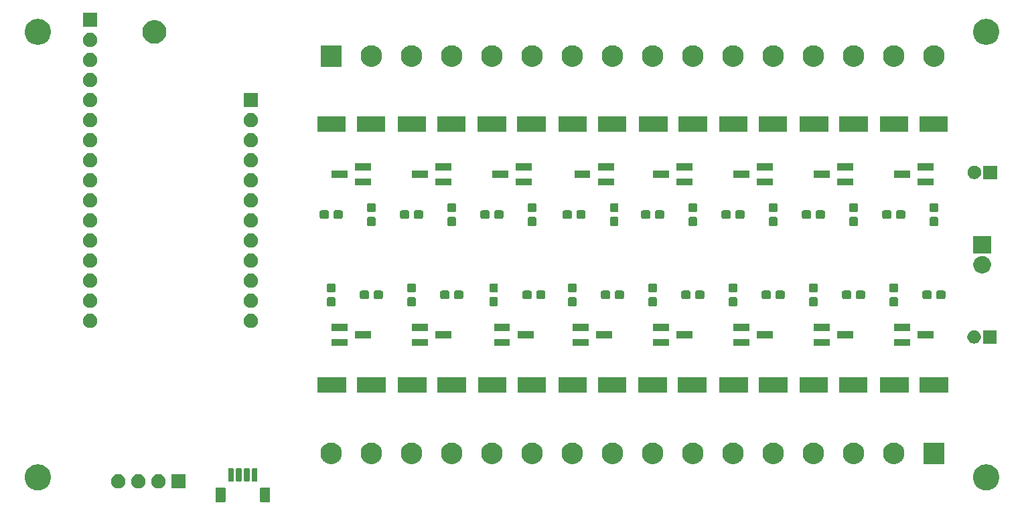
<source format=gts>
G04 #@! TF.GenerationSoftware,KiCad,Pcbnew,5.1.5+dfsg1-2build2*
G04 #@! TF.CreationDate,2022-05-26T11:06:16-04:00*
G04 #@! TF.ProjectId,feather_valve_driver,66656174-6865-4725-9f76-616c76655f64,rev?*
G04 #@! TF.SameCoordinates,Original*
G04 #@! TF.FileFunction,Soldermask,Top*
G04 #@! TF.FilePolarity,Negative*
%FSLAX46Y46*%
G04 Gerber Fmt 4.6, Leading zero omitted, Abs format (unit mm)*
G04 Created by KiCad (PCBNEW 5.1.5+dfsg1-2build2) date 2022-05-26 11:06:16*
%MOMM*%
%LPD*%
G04 APERTURE LIST*
%ADD10C,0.100000*%
G04 APERTURE END LIST*
D10*
G36*
X65775242Y-117093404D02*
G01*
X65812337Y-117104657D01*
X65846515Y-117122925D01*
X65876481Y-117147519D01*
X65901075Y-117177485D01*
X65919343Y-117211663D01*
X65930596Y-117248758D01*
X65935000Y-117293474D01*
X65935000Y-118786526D01*
X65930596Y-118831242D01*
X65919343Y-118868337D01*
X65901075Y-118902515D01*
X65876481Y-118932481D01*
X65846515Y-118957075D01*
X65812337Y-118975343D01*
X65775242Y-118986596D01*
X65730526Y-118991000D01*
X64837474Y-118991000D01*
X64792758Y-118986596D01*
X64755663Y-118975343D01*
X64721485Y-118957075D01*
X64691519Y-118932481D01*
X64666925Y-118902515D01*
X64648657Y-118868337D01*
X64637404Y-118831242D01*
X64633000Y-118786526D01*
X64633000Y-117293474D01*
X64637404Y-117248758D01*
X64648657Y-117211663D01*
X64666925Y-117177485D01*
X64691519Y-117147519D01*
X64721485Y-117122925D01*
X64755663Y-117104657D01*
X64792758Y-117093404D01*
X64837474Y-117089000D01*
X65730526Y-117089000D01*
X65775242Y-117093404D01*
G37*
G36*
X60175242Y-117093404D02*
G01*
X60212337Y-117104657D01*
X60246515Y-117122925D01*
X60276481Y-117147519D01*
X60301075Y-117177485D01*
X60319343Y-117211663D01*
X60330596Y-117248758D01*
X60335000Y-117293474D01*
X60335000Y-118786526D01*
X60330596Y-118831242D01*
X60319343Y-118868337D01*
X60301075Y-118902515D01*
X60276481Y-118932481D01*
X60246515Y-118957075D01*
X60212337Y-118975343D01*
X60175242Y-118986596D01*
X60130526Y-118991000D01*
X59237474Y-118991000D01*
X59192758Y-118986596D01*
X59155663Y-118975343D01*
X59121485Y-118957075D01*
X59091519Y-118932481D01*
X59066925Y-118902515D01*
X59048657Y-118868337D01*
X59037404Y-118831242D01*
X59033000Y-118786526D01*
X59033000Y-117293474D01*
X59037404Y-117248758D01*
X59048657Y-117211663D01*
X59066925Y-117177485D01*
X59091519Y-117147519D01*
X59121485Y-117122925D01*
X59155663Y-117104657D01*
X59192758Y-117093404D01*
X59237474Y-117089000D01*
X60130526Y-117089000D01*
X60175242Y-117093404D01*
G37*
G36*
X36951256Y-114215298D02*
G01*
X37057579Y-114236447D01*
X37358042Y-114360903D01*
X37628451Y-114541585D01*
X37858415Y-114771549D01*
X37858416Y-114771551D01*
X38039098Y-115041960D01*
X38163553Y-115342422D01*
X38221184Y-115632148D01*
X38227000Y-115661391D01*
X38227000Y-115986609D01*
X38163553Y-116305579D01*
X38039097Y-116606042D01*
X37858415Y-116876451D01*
X37628451Y-117106415D01*
X37358042Y-117287097D01*
X37057579Y-117411553D01*
X36951256Y-117432702D01*
X36738611Y-117475000D01*
X36413389Y-117475000D01*
X36200744Y-117432702D01*
X36094421Y-117411553D01*
X35793958Y-117287097D01*
X35523549Y-117106415D01*
X35293585Y-116876451D01*
X35112903Y-116606042D01*
X34988447Y-116305579D01*
X34925000Y-115986609D01*
X34925000Y-115661391D01*
X34930817Y-115632148D01*
X34988447Y-115342422D01*
X35112902Y-115041960D01*
X35293584Y-114771551D01*
X35293585Y-114771549D01*
X35523549Y-114541585D01*
X35793958Y-114360903D01*
X36094421Y-114236447D01*
X36200744Y-114215298D01*
X36413389Y-114173000D01*
X36738611Y-114173000D01*
X36951256Y-114215298D01*
G37*
G36*
X156839256Y-114215298D02*
G01*
X156945579Y-114236447D01*
X157246042Y-114360903D01*
X157516451Y-114541585D01*
X157746415Y-114771549D01*
X157746416Y-114771551D01*
X157927098Y-115041960D01*
X158051553Y-115342422D01*
X158109184Y-115632148D01*
X158115000Y-115661391D01*
X158115000Y-115986609D01*
X158051553Y-116305579D01*
X157927097Y-116606042D01*
X157746415Y-116876451D01*
X157516451Y-117106415D01*
X157246042Y-117287097D01*
X156945579Y-117411553D01*
X156839256Y-117432702D01*
X156626611Y-117475000D01*
X156301389Y-117475000D01*
X156088744Y-117432702D01*
X155982421Y-117411553D01*
X155681958Y-117287097D01*
X155411549Y-117106415D01*
X155181585Y-116876451D01*
X155000903Y-116606042D01*
X154876447Y-116305579D01*
X154813000Y-115986609D01*
X154813000Y-115661391D01*
X154818817Y-115632148D01*
X154876447Y-115342422D01*
X155000902Y-115041960D01*
X155181584Y-114771551D01*
X155181585Y-114771549D01*
X155411549Y-114541585D01*
X155681958Y-114360903D01*
X155982421Y-114236447D01*
X156088744Y-114215298D01*
X156301389Y-114173000D01*
X156626611Y-114173000D01*
X156839256Y-114215298D01*
G37*
G36*
X46849512Y-115435927D02*
G01*
X46998812Y-115465624D01*
X47162784Y-115533544D01*
X47310354Y-115632147D01*
X47435853Y-115757646D01*
X47534456Y-115905216D01*
X47602376Y-116069188D01*
X47637000Y-116243259D01*
X47637000Y-116420741D01*
X47602376Y-116594812D01*
X47534456Y-116758784D01*
X47435853Y-116906354D01*
X47310354Y-117031853D01*
X47162784Y-117130456D01*
X46998812Y-117198376D01*
X46849512Y-117228073D01*
X46824742Y-117233000D01*
X46647258Y-117233000D01*
X46622488Y-117228073D01*
X46473188Y-117198376D01*
X46309216Y-117130456D01*
X46161646Y-117031853D01*
X46036147Y-116906354D01*
X45937544Y-116758784D01*
X45869624Y-116594812D01*
X45835000Y-116420741D01*
X45835000Y-116243259D01*
X45869624Y-116069188D01*
X45937544Y-115905216D01*
X46036147Y-115757646D01*
X46161646Y-115632147D01*
X46309216Y-115533544D01*
X46473188Y-115465624D01*
X46622488Y-115435927D01*
X46647258Y-115431000D01*
X46824742Y-115431000D01*
X46849512Y-115435927D01*
G37*
G36*
X51929512Y-115435927D02*
G01*
X52078812Y-115465624D01*
X52242784Y-115533544D01*
X52390354Y-115632147D01*
X52515853Y-115757646D01*
X52614456Y-115905216D01*
X52682376Y-116069188D01*
X52717000Y-116243259D01*
X52717000Y-116420741D01*
X52682376Y-116594812D01*
X52614456Y-116758784D01*
X52515853Y-116906354D01*
X52390354Y-117031853D01*
X52242784Y-117130456D01*
X52078812Y-117198376D01*
X51929512Y-117228073D01*
X51904742Y-117233000D01*
X51727258Y-117233000D01*
X51702488Y-117228073D01*
X51553188Y-117198376D01*
X51389216Y-117130456D01*
X51241646Y-117031853D01*
X51116147Y-116906354D01*
X51017544Y-116758784D01*
X50949624Y-116594812D01*
X50915000Y-116420741D01*
X50915000Y-116243259D01*
X50949624Y-116069188D01*
X51017544Y-115905216D01*
X51116147Y-115757646D01*
X51241646Y-115632147D01*
X51389216Y-115533544D01*
X51553188Y-115465624D01*
X51702488Y-115435927D01*
X51727258Y-115431000D01*
X51904742Y-115431000D01*
X51929512Y-115435927D01*
G37*
G36*
X55257000Y-117233000D02*
G01*
X53455000Y-117233000D01*
X53455000Y-115431000D01*
X55257000Y-115431000D01*
X55257000Y-117233000D01*
G37*
G36*
X49389512Y-115435927D02*
G01*
X49538812Y-115465624D01*
X49702784Y-115533544D01*
X49850354Y-115632147D01*
X49975853Y-115757646D01*
X50074456Y-115905216D01*
X50142376Y-116069188D01*
X50177000Y-116243259D01*
X50177000Y-116420741D01*
X50142376Y-116594812D01*
X50074456Y-116758784D01*
X49975853Y-116906354D01*
X49850354Y-117031853D01*
X49702784Y-117130456D01*
X49538812Y-117198376D01*
X49389512Y-117228073D01*
X49364742Y-117233000D01*
X49187258Y-117233000D01*
X49162488Y-117228073D01*
X49013188Y-117198376D01*
X48849216Y-117130456D01*
X48701646Y-117031853D01*
X48576147Y-116906354D01*
X48477544Y-116758784D01*
X48409624Y-116594812D01*
X48375000Y-116420741D01*
X48375000Y-116243259D01*
X48409624Y-116069188D01*
X48477544Y-115905216D01*
X48576147Y-115757646D01*
X48701646Y-115632147D01*
X48849216Y-115533544D01*
X49013188Y-115465624D01*
X49162488Y-115435927D01*
X49187258Y-115431000D01*
X49364742Y-115431000D01*
X49389512Y-115435927D01*
G37*
G36*
X63243928Y-114691764D02*
G01*
X63265009Y-114698160D01*
X63284445Y-114708548D01*
X63301476Y-114722524D01*
X63315452Y-114739555D01*
X63325840Y-114758991D01*
X63332236Y-114780072D01*
X63335000Y-114808140D01*
X63335000Y-116221860D01*
X63332236Y-116249928D01*
X63325840Y-116271009D01*
X63315452Y-116290445D01*
X63301476Y-116307476D01*
X63284445Y-116321452D01*
X63265009Y-116331840D01*
X63243928Y-116338236D01*
X63215860Y-116341000D01*
X62752140Y-116341000D01*
X62724072Y-116338236D01*
X62702991Y-116331840D01*
X62683555Y-116321452D01*
X62666524Y-116307476D01*
X62652548Y-116290445D01*
X62642160Y-116271009D01*
X62635764Y-116249928D01*
X62633000Y-116221860D01*
X62633000Y-114808140D01*
X62635764Y-114780072D01*
X62642160Y-114758991D01*
X62652548Y-114739555D01*
X62666524Y-114722524D01*
X62683555Y-114708548D01*
X62702991Y-114698160D01*
X62724072Y-114691764D01*
X62752140Y-114689000D01*
X63215860Y-114689000D01*
X63243928Y-114691764D01*
G37*
G36*
X62243928Y-114691764D02*
G01*
X62265009Y-114698160D01*
X62284445Y-114708548D01*
X62301476Y-114722524D01*
X62315452Y-114739555D01*
X62325840Y-114758991D01*
X62332236Y-114780072D01*
X62335000Y-114808140D01*
X62335000Y-116221860D01*
X62332236Y-116249928D01*
X62325840Y-116271009D01*
X62315452Y-116290445D01*
X62301476Y-116307476D01*
X62284445Y-116321452D01*
X62265009Y-116331840D01*
X62243928Y-116338236D01*
X62215860Y-116341000D01*
X61752140Y-116341000D01*
X61724072Y-116338236D01*
X61702991Y-116331840D01*
X61683555Y-116321452D01*
X61666524Y-116307476D01*
X61652548Y-116290445D01*
X61642160Y-116271009D01*
X61635764Y-116249928D01*
X61633000Y-116221860D01*
X61633000Y-114808140D01*
X61635764Y-114780072D01*
X61642160Y-114758991D01*
X61652548Y-114739555D01*
X61666524Y-114722524D01*
X61683555Y-114708548D01*
X61702991Y-114698160D01*
X61724072Y-114691764D01*
X61752140Y-114689000D01*
X62215860Y-114689000D01*
X62243928Y-114691764D01*
G37*
G36*
X61243928Y-114691764D02*
G01*
X61265009Y-114698160D01*
X61284445Y-114708548D01*
X61301476Y-114722524D01*
X61315452Y-114739555D01*
X61325840Y-114758991D01*
X61332236Y-114780072D01*
X61335000Y-114808140D01*
X61335000Y-116221860D01*
X61332236Y-116249928D01*
X61325840Y-116271009D01*
X61315452Y-116290445D01*
X61301476Y-116307476D01*
X61284445Y-116321452D01*
X61265009Y-116331840D01*
X61243928Y-116338236D01*
X61215860Y-116341000D01*
X60752140Y-116341000D01*
X60724072Y-116338236D01*
X60702991Y-116331840D01*
X60683555Y-116321452D01*
X60666524Y-116307476D01*
X60652548Y-116290445D01*
X60642160Y-116271009D01*
X60635764Y-116249928D01*
X60633000Y-116221860D01*
X60633000Y-114808140D01*
X60635764Y-114780072D01*
X60642160Y-114758991D01*
X60652548Y-114739555D01*
X60666524Y-114722524D01*
X60683555Y-114708548D01*
X60702991Y-114698160D01*
X60724072Y-114691764D01*
X60752140Y-114689000D01*
X61215860Y-114689000D01*
X61243928Y-114691764D01*
G37*
G36*
X64243928Y-114691764D02*
G01*
X64265009Y-114698160D01*
X64284445Y-114708548D01*
X64301476Y-114722524D01*
X64315452Y-114739555D01*
X64325840Y-114758991D01*
X64332236Y-114780072D01*
X64335000Y-114808140D01*
X64335000Y-116221860D01*
X64332236Y-116249928D01*
X64325840Y-116271009D01*
X64315452Y-116290445D01*
X64301476Y-116307476D01*
X64284445Y-116321452D01*
X64265009Y-116331840D01*
X64243928Y-116338236D01*
X64215860Y-116341000D01*
X63752140Y-116341000D01*
X63724072Y-116338236D01*
X63702991Y-116331840D01*
X63683555Y-116321452D01*
X63666524Y-116307476D01*
X63652548Y-116290445D01*
X63642160Y-116271009D01*
X63635764Y-116249928D01*
X63633000Y-116221860D01*
X63633000Y-114808140D01*
X63635764Y-114780072D01*
X63642160Y-114758991D01*
X63652548Y-114739555D01*
X63666524Y-114722524D01*
X63683555Y-114708548D01*
X63702991Y-114698160D01*
X63724072Y-114691764D01*
X63752140Y-114689000D01*
X64215860Y-114689000D01*
X64243928Y-114691764D01*
G37*
G36*
X109614072Y-111476918D02*
G01*
X109859939Y-111578759D01*
X110081212Y-111726610D01*
X110269390Y-111914788D01*
X110417241Y-112136061D01*
X110519082Y-112381928D01*
X110571000Y-112642938D01*
X110571000Y-112909062D01*
X110519082Y-113170072D01*
X110417241Y-113415939D01*
X110269390Y-113637212D01*
X110081212Y-113825390D01*
X109859939Y-113973241D01*
X109859938Y-113973242D01*
X109859937Y-113973242D01*
X109614072Y-114075082D01*
X109353063Y-114127000D01*
X109086937Y-114127000D01*
X108825928Y-114075082D01*
X108580063Y-113973242D01*
X108580062Y-113973242D01*
X108580061Y-113973241D01*
X108358788Y-113825390D01*
X108170610Y-113637212D01*
X108022759Y-113415939D01*
X107920918Y-113170072D01*
X107869000Y-112909062D01*
X107869000Y-112642938D01*
X107920918Y-112381928D01*
X108022759Y-112136061D01*
X108170610Y-111914788D01*
X108358788Y-111726610D01*
X108580061Y-111578759D01*
X108825928Y-111476918D01*
X109086937Y-111425000D01*
X109353063Y-111425000D01*
X109614072Y-111476918D01*
G37*
G36*
X124854072Y-111476918D02*
G01*
X125099939Y-111578759D01*
X125321212Y-111726610D01*
X125509390Y-111914788D01*
X125657241Y-112136061D01*
X125759082Y-112381928D01*
X125811000Y-112642938D01*
X125811000Y-112909062D01*
X125759082Y-113170072D01*
X125657241Y-113415939D01*
X125509390Y-113637212D01*
X125321212Y-113825390D01*
X125099939Y-113973241D01*
X125099938Y-113973242D01*
X125099937Y-113973242D01*
X124854072Y-114075082D01*
X124593063Y-114127000D01*
X124326937Y-114127000D01*
X124065928Y-114075082D01*
X123820063Y-113973242D01*
X123820062Y-113973242D01*
X123820061Y-113973241D01*
X123598788Y-113825390D01*
X123410610Y-113637212D01*
X123262759Y-113415939D01*
X123160918Y-113170072D01*
X123109000Y-112909062D01*
X123109000Y-112642938D01*
X123160918Y-112381928D01*
X123262759Y-112136061D01*
X123410610Y-111914788D01*
X123598788Y-111726610D01*
X123820061Y-111578759D01*
X124065928Y-111476918D01*
X124326937Y-111425000D01*
X124593063Y-111425000D01*
X124854072Y-111476918D01*
G37*
G36*
X129934072Y-111476918D02*
G01*
X130179939Y-111578759D01*
X130401212Y-111726610D01*
X130589390Y-111914788D01*
X130737241Y-112136061D01*
X130839082Y-112381928D01*
X130891000Y-112642938D01*
X130891000Y-112909062D01*
X130839082Y-113170072D01*
X130737241Y-113415939D01*
X130589390Y-113637212D01*
X130401212Y-113825390D01*
X130179939Y-113973241D01*
X130179938Y-113973242D01*
X130179937Y-113973242D01*
X129934072Y-114075082D01*
X129673063Y-114127000D01*
X129406937Y-114127000D01*
X129145928Y-114075082D01*
X128900063Y-113973242D01*
X128900062Y-113973242D01*
X128900061Y-113973241D01*
X128678788Y-113825390D01*
X128490610Y-113637212D01*
X128342759Y-113415939D01*
X128240918Y-113170072D01*
X128189000Y-112909062D01*
X128189000Y-112642938D01*
X128240918Y-112381928D01*
X128342759Y-112136061D01*
X128490610Y-111914788D01*
X128678788Y-111726610D01*
X128900061Y-111578759D01*
X129145928Y-111476918D01*
X129406937Y-111425000D01*
X129673063Y-111425000D01*
X129934072Y-111476918D01*
G37*
G36*
X135014072Y-111476918D02*
G01*
X135259939Y-111578759D01*
X135481212Y-111726610D01*
X135669390Y-111914788D01*
X135817241Y-112136061D01*
X135919082Y-112381928D01*
X135971000Y-112642938D01*
X135971000Y-112909062D01*
X135919082Y-113170072D01*
X135817241Y-113415939D01*
X135669390Y-113637212D01*
X135481212Y-113825390D01*
X135259939Y-113973241D01*
X135259938Y-113973242D01*
X135259937Y-113973242D01*
X135014072Y-114075082D01*
X134753063Y-114127000D01*
X134486937Y-114127000D01*
X134225928Y-114075082D01*
X133980063Y-113973242D01*
X133980062Y-113973242D01*
X133980061Y-113973241D01*
X133758788Y-113825390D01*
X133570610Y-113637212D01*
X133422759Y-113415939D01*
X133320918Y-113170072D01*
X133269000Y-112909062D01*
X133269000Y-112642938D01*
X133320918Y-112381928D01*
X133422759Y-112136061D01*
X133570610Y-111914788D01*
X133758788Y-111726610D01*
X133980061Y-111578759D01*
X134225928Y-111476918D01*
X134486937Y-111425000D01*
X134753063Y-111425000D01*
X135014072Y-111476918D01*
G37*
G36*
X140094072Y-111476918D02*
G01*
X140339939Y-111578759D01*
X140561212Y-111726610D01*
X140749390Y-111914788D01*
X140897241Y-112136061D01*
X140999082Y-112381928D01*
X141051000Y-112642938D01*
X141051000Y-112909062D01*
X140999082Y-113170072D01*
X140897241Y-113415939D01*
X140749390Y-113637212D01*
X140561212Y-113825390D01*
X140339939Y-113973241D01*
X140339938Y-113973242D01*
X140339937Y-113973242D01*
X140094072Y-114075082D01*
X139833063Y-114127000D01*
X139566937Y-114127000D01*
X139305928Y-114075082D01*
X139060063Y-113973242D01*
X139060062Y-113973242D01*
X139060061Y-113973241D01*
X138838788Y-113825390D01*
X138650610Y-113637212D01*
X138502759Y-113415939D01*
X138400918Y-113170072D01*
X138349000Y-112909062D01*
X138349000Y-112642938D01*
X138400918Y-112381928D01*
X138502759Y-112136061D01*
X138650610Y-111914788D01*
X138838788Y-111726610D01*
X139060061Y-111578759D01*
X139305928Y-111476918D01*
X139566937Y-111425000D01*
X139833063Y-111425000D01*
X140094072Y-111476918D01*
G37*
G36*
X145174072Y-111476918D02*
G01*
X145419939Y-111578759D01*
X145641212Y-111726610D01*
X145829390Y-111914788D01*
X145977241Y-112136061D01*
X146079082Y-112381928D01*
X146131000Y-112642938D01*
X146131000Y-112909062D01*
X146079082Y-113170072D01*
X145977241Y-113415939D01*
X145829390Y-113637212D01*
X145641212Y-113825390D01*
X145419939Y-113973241D01*
X145419938Y-113973242D01*
X145419937Y-113973242D01*
X145174072Y-114075082D01*
X144913063Y-114127000D01*
X144646937Y-114127000D01*
X144385928Y-114075082D01*
X144140063Y-113973242D01*
X144140062Y-113973242D01*
X144140061Y-113973241D01*
X143918788Y-113825390D01*
X143730610Y-113637212D01*
X143582759Y-113415939D01*
X143480918Y-113170072D01*
X143429000Y-112909062D01*
X143429000Y-112642938D01*
X143480918Y-112381928D01*
X143582759Y-112136061D01*
X143730610Y-111914788D01*
X143918788Y-111726610D01*
X144140061Y-111578759D01*
X144385928Y-111476918D01*
X144646937Y-111425000D01*
X144913063Y-111425000D01*
X145174072Y-111476918D01*
G37*
G36*
X151211000Y-114127000D02*
G01*
X148509000Y-114127000D01*
X148509000Y-111425000D01*
X151211000Y-111425000D01*
X151211000Y-114127000D01*
G37*
G36*
X114694072Y-111476918D02*
G01*
X114939939Y-111578759D01*
X115161212Y-111726610D01*
X115349390Y-111914788D01*
X115497241Y-112136061D01*
X115599082Y-112381928D01*
X115651000Y-112642938D01*
X115651000Y-112909062D01*
X115599082Y-113170072D01*
X115497241Y-113415939D01*
X115349390Y-113637212D01*
X115161212Y-113825390D01*
X114939939Y-113973241D01*
X114939938Y-113973242D01*
X114939937Y-113973242D01*
X114694072Y-114075082D01*
X114433063Y-114127000D01*
X114166937Y-114127000D01*
X113905928Y-114075082D01*
X113660063Y-113973242D01*
X113660062Y-113973242D01*
X113660061Y-113973241D01*
X113438788Y-113825390D01*
X113250610Y-113637212D01*
X113102759Y-113415939D01*
X113000918Y-113170072D01*
X112949000Y-112909062D01*
X112949000Y-112642938D01*
X113000918Y-112381928D01*
X113102759Y-112136061D01*
X113250610Y-111914788D01*
X113438788Y-111726610D01*
X113660061Y-111578759D01*
X113905928Y-111476918D01*
X114166937Y-111425000D01*
X114433063Y-111425000D01*
X114694072Y-111476918D01*
G37*
G36*
X104534072Y-111476918D02*
G01*
X104779939Y-111578759D01*
X105001212Y-111726610D01*
X105189390Y-111914788D01*
X105337241Y-112136061D01*
X105439082Y-112381928D01*
X105491000Y-112642938D01*
X105491000Y-112909062D01*
X105439082Y-113170072D01*
X105337241Y-113415939D01*
X105189390Y-113637212D01*
X105001212Y-113825390D01*
X104779939Y-113973241D01*
X104779938Y-113973242D01*
X104779937Y-113973242D01*
X104534072Y-114075082D01*
X104273063Y-114127000D01*
X104006937Y-114127000D01*
X103745928Y-114075082D01*
X103500063Y-113973242D01*
X103500062Y-113973242D01*
X103500061Y-113973241D01*
X103278788Y-113825390D01*
X103090610Y-113637212D01*
X102942759Y-113415939D01*
X102840918Y-113170072D01*
X102789000Y-112909062D01*
X102789000Y-112642938D01*
X102840918Y-112381928D01*
X102942759Y-112136061D01*
X103090610Y-111914788D01*
X103278788Y-111726610D01*
X103500061Y-111578759D01*
X103745928Y-111476918D01*
X104006937Y-111425000D01*
X104273063Y-111425000D01*
X104534072Y-111476918D01*
G37*
G36*
X119774072Y-111476918D02*
G01*
X120019939Y-111578759D01*
X120241212Y-111726610D01*
X120429390Y-111914788D01*
X120577241Y-112136061D01*
X120679082Y-112381928D01*
X120731000Y-112642938D01*
X120731000Y-112909062D01*
X120679082Y-113170072D01*
X120577241Y-113415939D01*
X120429390Y-113637212D01*
X120241212Y-113825390D01*
X120019939Y-113973241D01*
X120019938Y-113973242D01*
X120019937Y-113973242D01*
X119774072Y-114075082D01*
X119513063Y-114127000D01*
X119246937Y-114127000D01*
X118985928Y-114075082D01*
X118740063Y-113973242D01*
X118740062Y-113973242D01*
X118740061Y-113973241D01*
X118518788Y-113825390D01*
X118330610Y-113637212D01*
X118182759Y-113415939D01*
X118080918Y-113170072D01*
X118029000Y-112909062D01*
X118029000Y-112642938D01*
X118080918Y-112381928D01*
X118182759Y-112136061D01*
X118330610Y-111914788D01*
X118518788Y-111726610D01*
X118740061Y-111578759D01*
X118985928Y-111476918D01*
X119246937Y-111425000D01*
X119513063Y-111425000D01*
X119774072Y-111476918D01*
G37*
G36*
X94374072Y-111476918D02*
G01*
X94619939Y-111578759D01*
X94841212Y-111726610D01*
X95029390Y-111914788D01*
X95177241Y-112136061D01*
X95279082Y-112381928D01*
X95331000Y-112642938D01*
X95331000Y-112909062D01*
X95279082Y-113170072D01*
X95177241Y-113415939D01*
X95029390Y-113637212D01*
X94841212Y-113825390D01*
X94619939Y-113973241D01*
X94619938Y-113973242D01*
X94619937Y-113973242D01*
X94374072Y-114075082D01*
X94113063Y-114127000D01*
X93846937Y-114127000D01*
X93585928Y-114075082D01*
X93340063Y-113973242D01*
X93340062Y-113973242D01*
X93340061Y-113973241D01*
X93118788Y-113825390D01*
X92930610Y-113637212D01*
X92782759Y-113415939D01*
X92680918Y-113170072D01*
X92629000Y-112909062D01*
X92629000Y-112642938D01*
X92680918Y-112381928D01*
X92782759Y-112136061D01*
X92930610Y-111914788D01*
X93118788Y-111726610D01*
X93340061Y-111578759D01*
X93585928Y-111476918D01*
X93846937Y-111425000D01*
X94113063Y-111425000D01*
X94374072Y-111476918D01*
G37*
G36*
X89294072Y-111476918D02*
G01*
X89539939Y-111578759D01*
X89761212Y-111726610D01*
X89949390Y-111914788D01*
X90097241Y-112136061D01*
X90199082Y-112381928D01*
X90251000Y-112642938D01*
X90251000Y-112909062D01*
X90199082Y-113170072D01*
X90097241Y-113415939D01*
X89949390Y-113637212D01*
X89761212Y-113825390D01*
X89539939Y-113973241D01*
X89539938Y-113973242D01*
X89539937Y-113973242D01*
X89294072Y-114075082D01*
X89033063Y-114127000D01*
X88766937Y-114127000D01*
X88505928Y-114075082D01*
X88260063Y-113973242D01*
X88260062Y-113973242D01*
X88260061Y-113973241D01*
X88038788Y-113825390D01*
X87850610Y-113637212D01*
X87702759Y-113415939D01*
X87600918Y-113170072D01*
X87549000Y-112909062D01*
X87549000Y-112642938D01*
X87600918Y-112381928D01*
X87702759Y-112136061D01*
X87850610Y-111914788D01*
X88038788Y-111726610D01*
X88260061Y-111578759D01*
X88505928Y-111476918D01*
X88766937Y-111425000D01*
X89033063Y-111425000D01*
X89294072Y-111476918D01*
G37*
G36*
X84214072Y-111476918D02*
G01*
X84459939Y-111578759D01*
X84681212Y-111726610D01*
X84869390Y-111914788D01*
X85017241Y-112136061D01*
X85119082Y-112381928D01*
X85171000Y-112642938D01*
X85171000Y-112909062D01*
X85119082Y-113170072D01*
X85017241Y-113415939D01*
X84869390Y-113637212D01*
X84681212Y-113825390D01*
X84459939Y-113973241D01*
X84459938Y-113973242D01*
X84459937Y-113973242D01*
X84214072Y-114075082D01*
X83953063Y-114127000D01*
X83686937Y-114127000D01*
X83425928Y-114075082D01*
X83180063Y-113973242D01*
X83180062Y-113973242D01*
X83180061Y-113973241D01*
X82958788Y-113825390D01*
X82770610Y-113637212D01*
X82622759Y-113415939D01*
X82520918Y-113170072D01*
X82469000Y-112909062D01*
X82469000Y-112642938D01*
X82520918Y-112381928D01*
X82622759Y-112136061D01*
X82770610Y-111914788D01*
X82958788Y-111726610D01*
X83180061Y-111578759D01*
X83425928Y-111476918D01*
X83686937Y-111425000D01*
X83953063Y-111425000D01*
X84214072Y-111476918D01*
G37*
G36*
X79134072Y-111476918D02*
G01*
X79379939Y-111578759D01*
X79601212Y-111726610D01*
X79789390Y-111914788D01*
X79937241Y-112136061D01*
X80039082Y-112381928D01*
X80091000Y-112642938D01*
X80091000Y-112909062D01*
X80039082Y-113170072D01*
X79937241Y-113415939D01*
X79789390Y-113637212D01*
X79601212Y-113825390D01*
X79379939Y-113973241D01*
X79379938Y-113973242D01*
X79379937Y-113973242D01*
X79134072Y-114075082D01*
X78873063Y-114127000D01*
X78606937Y-114127000D01*
X78345928Y-114075082D01*
X78100063Y-113973242D01*
X78100062Y-113973242D01*
X78100061Y-113973241D01*
X77878788Y-113825390D01*
X77690610Y-113637212D01*
X77542759Y-113415939D01*
X77440918Y-113170072D01*
X77389000Y-112909062D01*
X77389000Y-112642938D01*
X77440918Y-112381928D01*
X77542759Y-112136061D01*
X77690610Y-111914788D01*
X77878788Y-111726610D01*
X78100061Y-111578759D01*
X78345928Y-111476918D01*
X78606937Y-111425000D01*
X78873063Y-111425000D01*
X79134072Y-111476918D01*
G37*
G36*
X74054072Y-111476918D02*
G01*
X74299939Y-111578759D01*
X74521212Y-111726610D01*
X74709390Y-111914788D01*
X74857241Y-112136061D01*
X74959082Y-112381928D01*
X75011000Y-112642938D01*
X75011000Y-112909062D01*
X74959082Y-113170072D01*
X74857241Y-113415939D01*
X74709390Y-113637212D01*
X74521212Y-113825390D01*
X74299939Y-113973241D01*
X74299938Y-113973242D01*
X74299937Y-113973242D01*
X74054072Y-114075082D01*
X73793063Y-114127000D01*
X73526937Y-114127000D01*
X73265928Y-114075082D01*
X73020063Y-113973242D01*
X73020062Y-113973242D01*
X73020061Y-113973241D01*
X72798788Y-113825390D01*
X72610610Y-113637212D01*
X72462759Y-113415939D01*
X72360918Y-113170072D01*
X72309000Y-112909062D01*
X72309000Y-112642938D01*
X72360918Y-112381928D01*
X72462759Y-112136061D01*
X72610610Y-111914788D01*
X72798788Y-111726610D01*
X73020061Y-111578759D01*
X73265928Y-111476918D01*
X73526937Y-111425000D01*
X73793063Y-111425000D01*
X74054072Y-111476918D01*
G37*
G36*
X99454072Y-111476918D02*
G01*
X99699939Y-111578759D01*
X99921212Y-111726610D01*
X100109390Y-111914788D01*
X100257241Y-112136061D01*
X100359082Y-112381928D01*
X100411000Y-112642938D01*
X100411000Y-112909062D01*
X100359082Y-113170072D01*
X100257241Y-113415939D01*
X100109390Y-113637212D01*
X99921212Y-113825390D01*
X99699939Y-113973241D01*
X99699938Y-113973242D01*
X99699937Y-113973242D01*
X99454072Y-114075082D01*
X99193063Y-114127000D01*
X98926937Y-114127000D01*
X98665928Y-114075082D01*
X98420063Y-113973242D01*
X98420062Y-113973242D01*
X98420061Y-113973241D01*
X98198788Y-113825390D01*
X98010610Y-113637212D01*
X97862759Y-113415939D01*
X97760918Y-113170072D01*
X97709000Y-112909062D01*
X97709000Y-112642938D01*
X97760918Y-112381928D01*
X97862759Y-112136061D01*
X98010610Y-111914788D01*
X98198788Y-111726610D01*
X98420061Y-111578759D01*
X98665928Y-111476918D01*
X98926937Y-111425000D01*
X99193063Y-111425000D01*
X99454072Y-111476918D01*
G37*
G36*
X141461000Y-105091000D02*
G01*
X137859000Y-105091000D01*
X137859000Y-103189000D01*
X141461000Y-103189000D01*
X141461000Y-105091000D01*
G37*
G36*
X85701000Y-105091000D02*
G01*
X82099000Y-105091000D01*
X82099000Y-103189000D01*
X85701000Y-103189000D01*
X85701000Y-105091000D01*
G37*
G36*
X80541000Y-105091000D02*
G01*
X76939000Y-105091000D01*
X76939000Y-103189000D01*
X80541000Y-103189000D01*
X80541000Y-105091000D01*
G37*
G36*
X75541000Y-105091000D02*
G01*
X71939000Y-105091000D01*
X71939000Y-103189000D01*
X75541000Y-103189000D01*
X75541000Y-105091000D01*
G37*
G36*
X95821000Y-105091000D02*
G01*
X92219000Y-105091000D01*
X92219000Y-103189000D01*
X95821000Y-103189000D01*
X95821000Y-105091000D01*
G37*
G36*
X100821000Y-105091000D02*
G01*
X97219000Y-105091000D01*
X97219000Y-103189000D01*
X100821000Y-103189000D01*
X100821000Y-105091000D01*
G37*
G36*
X105981000Y-105091000D02*
G01*
X102379000Y-105091000D01*
X102379000Y-103189000D01*
X105981000Y-103189000D01*
X105981000Y-105091000D01*
G37*
G36*
X110981000Y-105091000D02*
G01*
X107379000Y-105091000D01*
X107379000Y-103189000D01*
X110981000Y-103189000D01*
X110981000Y-105091000D01*
G37*
G36*
X121101000Y-105091000D02*
G01*
X117499000Y-105091000D01*
X117499000Y-103189000D01*
X121101000Y-103189000D01*
X121101000Y-105091000D01*
G37*
G36*
X126341000Y-105091000D02*
G01*
X122739000Y-105091000D01*
X122739000Y-103189000D01*
X126341000Y-103189000D01*
X126341000Y-105091000D01*
G37*
G36*
X131341000Y-105091000D02*
G01*
X127739000Y-105091000D01*
X127739000Y-103189000D01*
X131341000Y-103189000D01*
X131341000Y-105091000D01*
G37*
G36*
X136461000Y-105091000D02*
G01*
X132859000Y-105091000D01*
X132859000Y-103189000D01*
X136461000Y-103189000D01*
X136461000Y-105091000D01*
G37*
G36*
X146661000Y-105091000D02*
G01*
X143059000Y-105091000D01*
X143059000Y-103189000D01*
X146661000Y-103189000D01*
X146661000Y-105091000D01*
G37*
G36*
X90701000Y-105091000D02*
G01*
X87099000Y-105091000D01*
X87099000Y-103189000D01*
X90701000Y-103189000D01*
X90701000Y-105091000D01*
G37*
G36*
X151661000Y-105091000D02*
G01*
X148059000Y-105091000D01*
X148059000Y-103189000D01*
X151661000Y-103189000D01*
X151661000Y-105091000D01*
G37*
G36*
X116101000Y-105091000D02*
G01*
X112499000Y-105091000D01*
X112499000Y-103189000D01*
X116101000Y-103189000D01*
X116101000Y-105091000D01*
G37*
G36*
X126501000Y-99191000D02*
G01*
X124499000Y-99191000D01*
X124499000Y-98289000D01*
X126501000Y-98289000D01*
X126501000Y-99191000D01*
G37*
G36*
X146821000Y-99191000D02*
G01*
X144819000Y-99191000D01*
X144819000Y-98289000D01*
X146821000Y-98289000D01*
X146821000Y-99191000D01*
G37*
G36*
X75701000Y-99191000D02*
G01*
X73699000Y-99191000D01*
X73699000Y-98289000D01*
X75701000Y-98289000D01*
X75701000Y-99191000D01*
G37*
G36*
X136661000Y-99191000D02*
G01*
X134659000Y-99191000D01*
X134659000Y-98289000D01*
X136661000Y-98289000D01*
X136661000Y-99191000D01*
G37*
G36*
X85861000Y-99191000D02*
G01*
X83859000Y-99191000D01*
X83859000Y-98289000D01*
X85861000Y-98289000D01*
X85861000Y-99191000D01*
G37*
G36*
X96251000Y-99191000D02*
G01*
X94249000Y-99191000D01*
X94249000Y-98289000D01*
X96251000Y-98289000D01*
X96251000Y-99191000D01*
G37*
G36*
X116341000Y-99191000D02*
G01*
X114339000Y-99191000D01*
X114339000Y-98289000D01*
X116341000Y-98289000D01*
X116341000Y-99191000D01*
G37*
G36*
X106181000Y-99191000D02*
G01*
X104179000Y-99191000D01*
X104179000Y-98289000D01*
X106181000Y-98289000D01*
X106181000Y-99191000D01*
G37*
G36*
X155188228Y-97225703D02*
G01*
X155343100Y-97289853D01*
X155482481Y-97382985D01*
X155601015Y-97501519D01*
X155694147Y-97640900D01*
X155758297Y-97795772D01*
X155791000Y-97960184D01*
X155791000Y-98127816D01*
X155758297Y-98292228D01*
X155694147Y-98447100D01*
X155601015Y-98586481D01*
X155482481Y-98705015D01*
X155343100Y-98798147D01*
X155188228Y-98862297D01*
X155023816Y-98895000D01*
X154856184Y-98895000D01*
X154691772Y-98862297D01*
X154536900Y-98798147D01*
X154397519Y-98705015D01*
X154278985Y-98586481D01*
X154185853Y-98447100D01*
X154121703Y-98292228D01*
X154089000Y-98127816D01*
X154089000Y-97960184D01*
X154121703Y-97795772D01*
X154185853Y-97640900D01*
X154278985Y-97501519D01*
X154397519Y-97382985D01*
X154536900Y-97289853D01*
X154691772Y-97225703D01*
X154856184Y-97193000D01*
X155023816Y-97193000D01*
X155188228Y-97225703D01*
G37*
G36*
X157791000Y-98895000D02*
G01*
X156089000Y-98895000D01*
X156089000Y-97193000D01*
X157791000Y-97193000D01*
X157791000Y-98895000D01*
G37*
G36*
X139661000Y-98241000D02*
G01*
X137659000Y-98241000D01*
X137659000Y-97339000D01*
X139661000Y-97339000D01*
X139661000Y-98241000D01*
G37*
G36*
X129501000Y-98241000D02*
G01*
X127499000Y-98241000D01*
X127499000Y-97339000D01*
X129501000Y-97339000D01*
X129501000Y-98241000D01*
G37*
G36*
X119341000Y-98241000D02*
G01*
X117339000Y-98241000D01*
X117339000Y-97339000D01*
X119341000Y-97339000D01*
X119341000Y-98241000D01*
G37*
G36*
X99251000Y-98241000D02*
G01*
X97249000Y-98241000D01*
X97249000Y-97339000D01*
X99251000Y-97339000D01*
X99251000Y-98241000D01*
G37*
G36*
X88861000Y-98241000D02*
G01*
X86859000Y-98241000D01*
X86859000Y-97339000D01*
X88861000Y-97339000D01*
X88861000Y-98241000D01*
G37*
G36*
X78701000Y-98241000D02*
G01*
X76699000Y-98241000D01*
X76699000Y-97339000D01*
X78701000Y-97339000D01*
X78701000Y-98241000D01*
G37*
G36*
X149821000Y-98241000D02*
G01*
X147819000Y-98241000D01*
X147819000Y-97339000D01*
X149821000Y-97339000D01*
X149821000Y-98241000D01*
G37*
G36*
X109181000Y-98241000D02*
G01*
X107179000Y-98241000D01*
X107179000Y-97339000D01*
X109181000Y-97339000D01*
X109181000Y-98241000D01*
G37*
G36*
X85861000Y-97291000D02*
G01*
X83859000Y-97291000D01*
X83859000Y-96389000D01*
X85861000Y-96389000D01*
X85861000Y-97291000D01*
G37*
G36*
X75701000Y-97291000D02*
G01*
X73699000Y-97291000D01*
X73699000Y-96389000D01*
X75701000Y-96389000D01*
X75701000Y-97291000D01*
G37*
G36*
X96251000Y-97291000D02*
G01*
X94249000Y-97291000D01*
X94249000Y-96389000D01*
X96251000Y-96389000D01*
X96251000Y-97291000D01*
G37*
G36*
X106181000Y-97291000D02*
G01*
X104179000Y-97291000D01*
X104179000Y-96389000D01*
X106181000Y-96389000D01*
X106181000Y-97291000D01*
G37*
G36*
X116341000Y-97291000D02*
G01*
X114339000Y-97291000D01*
X114339000Y-96389000D01*
X116341000Y-96389000D01*
X116341000Y-97291000D01*
G37*
G36*
X136661000Y-97291000D02*
G01*
X134659000Y-97291000D01*
X134659000Y-96389000D01*
X136661000Y-96389000D01*
X136661000Y-97291000D01*
G37*
G36*
X146821000Y-97291000D02*
G01*
X144819000Y-97291000D01*
X144819000Y-96389000D01*
X146821000Y-96389000D01*
X146821000Y-97291000D01*
G37*
G36*
X126501000Y-97291000D02*
G01*
X124499000Y-97291000D01*
X124499000Y-96389000D01*
X126501000Y-96389000D01*
X126501000Y-97291000D01*
G37*
G36*
X63613512Y-95115927D02*
G01*
X63762812Y-95145624D01*
X63926784Y-95213544D01*
X64074354Y-95312147D01*
X64199853Y-95437646D01*
X64298456Y-95585216D01*
X64366376Y-95749188D01*
X64401000Y-95923259D01*
X64401000Y-96100741D01*
X64366376Y-96274812D01*
X64298456Y-96438784D01*
X64199853Y-96586354D01*
X64074354Y-96711853D01*
X63926784Y-96810456D01*
X63762812Y-96878376D01*
X63613512Y-96908073D01*
X63588742Y-96913000D01*
X63411258Y-96913000D01*
X63386488Y-96908073D01*
X63237188Y-96878376D01*
X63073216Y-96810456D01*
X62925646Y-96711853D01*
X62800147Y-96586354D01*
X62701544Y-96438784D01*
X62633624Y-96274812D01*
X62599000Y-96100741D01*
X62599000Y-95923259D01*
X62633624Y-95749188D01*
X62701544Y-95585216D01*
X62800147Y-95437646D01*
X62925646Y-95312147D01*
X63073216Y-95213544D01*
X63237188Y-95145624D01*
X63386488Y-95115927D01*
X63411258Y-95111000D01*
X63588742Y-95111000D01*
X63613512Y-95115927D01*
G37*
G36*
X43293512Y-95115927D02*
G01*
X43442812Y-95145624D01*
X43606784Y-95213544D01*
X43754354Y-95312147D01*
X43879853Y-95437646D01*
X43978456Y-95585216D01*
X44046376Y-95749188D01*
X44081000Y-95923259D01*
X44081000Y-96100741D01*
X44046376Y-96274812D01*
X43978456Y-96438784D01*
X43879853Y-96586354D01*
X43754354Y-96711853D01*
X43606784Y-96810456D01*
X43442812Y-96878376D01*
X43293512Y-96908073D01*
X43268742Y-96913000D01*
X43091258Y-96913000D01*
X43066488Y-96908073D01*
X42917188Y-96878376D01*
X42753216Y-96810456D01*
X42605646Y-96711853D01*
X42480147Y-96586354D01*
X42381544Y-96438784D01*
X42313624Y-96274812D01*
X42279000Y-96100741D01*
X42279000Y-95923259D01*
X42313624Y-95749188D01*
X42381544Y-95585216D01*
X42480147Y-95437646D01*
X42605646Y-95312147D01*
X42753216Y-95213544D01*
X42917188Y-95145624D01*
X43066488Y-95115927D01*
X43091258Y-95111000D01*
X43268742Y-95111000D01*
X43293512Y-95115927D01*
G37*
G36*
X43293512Y-92575927D02*
G01*
X43442812Y-92605624D01*
X43606784Y-92673544D01*
X43754354Y-92772147D01*
X43879853Y-92897646D01*
X43978456Y-93045216D01*
X44046376Y-93209188D01*
X44081000Y-93383259D01*
X44081000Y-93560741D01*
X44046376Y-93734812D01*
X43978456Y-93898784D01*
X43879853Y-94046354D01*
X43754354Y-94171853D01*
X43606784Y-94270456D01*
X43442812Y-94338376D01*
X43293512Y-94368073D01*
X43268742Y-94373000D01*
X43091258Y-94373000D01*
X43066488Y-94368073D01*
X42917188Y-94338376D01*
X42753216Y-94270456D01*
X42605646Y-94171853D01*
X42480147Y-94046354D01*
X42381544Y-93898784D01*
X42313624Y-93734812D01*
X42279000Y-93560741D01*
X42279000Y-93383259D01*
X42313624Y-93209188D01*
X42381544Y-93045216D01*
X42480147Y-92897646D01*
X42605646Y-92772147D01*
X42753216Y-92673544D01*
X42917188Y-92605624D01*
X43066488Y-92575927D01*
X43091258Y-92571000D01*
X43268742Y-92571000D01*
X43293512Y-92575927D01*
G37*
G36*
X63613512Y-92575927D02*
G01*
X63762812Y-92605624D01*
X63926784Y-92673544D01*
X64074354Y-92772147D01*
X64199853Y-92897646D01*
X64298456Y-93045216D01*
X64366376Y-93209188D01*
X64401000Y-93383259D01*
X64401000Y-93560741D01*
X64366376Y-93734812D01*
X64298456Y-93898784D01*
X64199853Y-94046354D01*
X64074354Y-94171853D01*
X63926784Y-94270456D01*
X63762812Y-94338376D01*
X63613512Y-94368073D01*
X63588742Y-94373000D01*
X63411258Y-94373000D01*
X63386488Y-94368073D01*
X63237188Y-94338376D01*
X63073216Y-94270456D01*
X62925646Y-94171853D01*
X62800147Y-94046354D01*
X62701544Y-93898784D01*
X62633624Y-93734812D01*
X62599000Y-93560741D01*
X62599000Y-93383259D01*
X62633624Y-93209188D01*
X62701544Y-93045216D01*
X62800147Y-92897646D01*
X62925646Y-92772147D01*
X63073216Y-92673544D01*
X63237188Y-92605624D01*
X63386488Y-92575927D01*
X63411258Y-92571000D01*
X63588742Y-92571000D01*
X63613512Y-92575927D01*
G37*
G36*
X74024499Y-93013445D02*
G01*
X74061995Y-93024820D01*
X74096554Y-93043292D01*
X74126847Y-93068153D01*
X74151708Y-93098446D01*
X74170180Y-93133005D01*
X74181555Y-93170501D01*
X74186000Y-93215638D01*
X74186000Y-93954362D01*
X74181555Y-93999499D01*
X74170180Y-94036995D01*
X74151708Y-94071554D01*
X74126847Y-94101847D01*
X74096554Y-94126708D01*
X74061995Y-94145180D01*
X74024499Y-94156555D01*
X73979362Y-94161000D01*
X73340638Y-94161000D01*
X73295501Y-94156555D01*
X73258005Y-94145180D01*
X73223446Y-94126708D01*
X73193153Y-94101847D01*
X73168292Y-94071554D01*
X73149820Y-94036995D01*
X73138445Y-93999499D01*
X73134000Y-93954362D01*
X73134000Y-93215638D01*
X73138445Y-93170501D01*
X73149820Y-93133005D01*
X73168292Y-93098446D01*
X73193153Y-93068153D01*
X73223446Y-93043292D01*
X73258005Y-93024820D01*
X73295501Y-93013445D01*
X73340638Y-93009000D01*
X73979362Y-93009000D01*
X74024499Y-93013445D01*
G37*
G36*
X145144499Y-93013445D02*
G01*
X145181995Y-93024820D01*
X145216554Y-93043292D01*
X145246847Y-93068153D01*
X145271708Y-93098446D01*
X145290180Y-93133005D01*
X145301555Y-93170501D01*
X145306000Y-93215638D01*
X145306000Y-93954362D01*
X145301555Y-93999499D01*
X145290180Y-94036995D01*
X145271708Y-94071554D01*
X145246847Y-94101847D01*
X145216554Y-94126708D01*
X145181995Y-94145180D01*
X145144499Y-94156555D01*
X145099362Y-94161000D01*
X144460638Y-94161000D01*
X144415501Y-94156555D01*
X144378005Y-94145180D01*
X144343446Y-94126708D01*
X144313153Y-94101847D01*
X144288292Y-94071554D01*
X144269820Y-94036995D01*
X144258445Y-93999499D01*
X144254000Y-93954362D01*
X144254000Y-93215638D01*
X144258445Y-93170501D01*
X144269820Y-93133005D01*
X144288292Y-93098446D01*
X144313153Y-93068153D01*
X144343446Y-93043292D01*
X144378005Y-93024820D01*
X144415501Y-93013445D01*
X144460638Y-93009000D01*
X145099362Y-93009000D01*
X145144499Y-93013445D01*
G37*
G36*
X124824499Y-93013445D02*
G01*
X124861995Y-93024820D01*
X124896554Y-93043292D01*
X124926847Y-93068153D01*
X124951708Y-93098446D01*
X124970180Y-93133005D01*
X124981555Y-93170501D01*
X124986000Y-93215638D01*
X124986000Y-93954362D01*
X124981555Y-93999499D01*
X124970180Y-94036995D01*
X124951708Y-94071554D01*
X124926847Y-94101847D01*
X124896554Y-94126708D01*
X124861995Y-94145180D01*
X124824499Y-94156555D01*
X124779362Y-94161000D01*
X124140638Y-94161000D01*
X124095501Y-94156555D01*
X124058005Y-94145180D01*
X124023446Y-94126708D01*
X123993153Y-94101847D01*
X123968292Y-94071554D01*
X123949820Y-94036995D01*
X123938445Y-93999499D01*
X123934000Y-93954362D01*
X123934000Y-93215638D01*
X123938445Y-93170501D01*
X123949820Y-93133005D01*
X123968292Y-93098446D01*
X123993153Y-93068153D01*
X124023446Y-93043292D01*
X124058005Y-93024820D01*
X124095501Y-93013445D01*
X124140638Y-93009000D01*
X124779362Y-93009000D01*
X124824499Y-93013445D01*
G37*
G36*
X114664499Y-93013445D02*
G01*
X114701995Y-93024820D01*
X114736554Y-93043292D01*
X114766847Y-93068153D01*
X114791708Y-93098446D01*
X114810180Y-93133005D01*
X114821555Y-93170501D01*
X114826000Y-93215638D01*
X114826000Y-93954362D01*
X114821555Y-93999499D01*
X114810180Y-94036995D01*
X114791708Y-94071554D01*
X114766847Y-94101847D01*
X114736554Y-94126708D01*
X114701995Y-94145180D01*
X114664499Y-94156555D01*
X114619362Y-94161000D01*
X113980638Y-94161000D01*
X113935501Y-94156555D01*
X113898005Y-94145180D01*
X113863446Y-94126708D01*
X113833153Y-94101847D01*
X113808292Y-94071554D01*
X113789820Y-94036995D01*
X113778445Y-93999499D01*
X113774000Y-93954362D01*
X113774000Y-93215638D01*
X113778445Y-93170501D01*
X113789820Y-93133005D01*
X113808292Y-93098446D01*
X113833153Y-93068153D01*
X113863446Y-93043292D01*
X113898005Y-93024820D01*
X113935501Y-93013445D01*
X113980638Y-93009000D01*
X114619362Y-93009000D01*
X114664499Y-93013445D01*
G37*
G36*
X104504499Y-93013445D02*
G01*
X104541995Y-93024820D01*
X104576554Y-93043292D01*
X104606847Y-93068153D01*
X104631708Y-93098446D01*
X104650180Y-93133005D01*
X104661555Y-93170501D01*
X104666000Y-93215638D01*
X104666000Y-93954362D01*
X104661555Y-93999499D01*
X104650180Y-94036995D01*
X104631708Y-94071554D01*
X104606847Y-94101847D01*
X104576554Y-94126708D01*
X104541995Y-94145180D01*
X104504499Y-94156555D01*
X104459362Y-94161000D01*
X103820638Y-94161000D01*
X103775501Y-94156555D01*
X103738005Y-94145180D01*
X103703446Y-94126708D01*
X103673153Y-94101847D01*
X103648292Y-94071554D01*
X103629820Y-94036995D01*
X103618445Y-93999499D01*
X103614000Y-93954362D01*
X103614000Y-93215638D01*
X103618445Y-93170501D01*
X103629820Y-93133005D01*
X103648292Y-93098446D01*
X103673153Y-93068153D01*
X103703446Y-93043292D01*
X103738005Y-93024820D01*
X103775501Y-93013445D01*
X103820638Y-93009000D01*
X104459362Y-93009000D01*
X104504499Y-93013445D01*
G37*
G36*
X94574499Y-93013445D02*
G01*
X94611995Y-93024820D01*
X94646554Y-93043292D01*
X94676847Y-93068153D01*
X94701708Y-93098446D01*
X94720180Y-93133005D01*
X94731555Y-93170501D01*
X94736000Y-93215638D01*
X94736000Y-93954362D01*
X94731555Y-93999499D01*
X94720180Y-94036995D01*
X94701708Y-94071554D01*
X94676847Y-94101847D01*
X94646554Y-94126708D01*
X94611995Y-94145180D01*
X94574499Y-94156555D01*
X94529362Y-94161000D01*
X93890638Y-94161000D01*
X93845501Y-94156555D01*
X93808005Y-94145180D01*
X93773446Y-94126708D01*
X93743153Y-94101847D01*
X93718292Y-94071554D01*
X93699820Y-94036995D01*
X93688445Y-93999499D01*
X93684000Y-93954362D01*
X93684000Y-93215638D01*
X93688445Y-93170501D01*
X93699820Y-93133005D01*
X93718292Y-93098446D01*
X93743153Y-93068153D01*
X93773446Y-93043292D01*
X93808005Y-93024820D01*
X93845501Y-93013445D01*
X93890638Y-93009000D01*
X94529362Y-93009000D01*
X94574499Y-93013445D01*
G37*
G36*
X84184499Y-93013445D02*
G01*
X84221995Y-93024820D01*
X84256554Y-93043292D01*
X84286847Y-93068153D01*
X84311708Y-93098446D01*
X84330180Y-93133005D01*
X84341555Y-93170501D01*
X84346000Y-93215638D01*
X84346000Y-93954362D01*
X84341555Y-93999499D01*
X84330180Y-94036995D01*
X84311708Y-94071554D01*
X84286847Y-94101847D01*
X84256554Y-94126708D01*
X84221995Y-94145180D01*
X84184499Y-94156555D01*
X84139362Y-94161000D01*
X83500638Y-94161000D01*
X83455501Y-94156555D01*
X83418005Y-94145180D01*
X83383446Y-94126708D01*
X83353153Y-94101847D01*
X83328292Y-94071554D01*
X83309820Y-94036995D01*
X83298445Y-93999499D01*
X83294000Y-93954362D01*
X83294000Y-93215638D01*
X83298445Y-93170501D01*
X83309820Y-93133005D01*
X83328292Y-93098446D01*
X83353153Y-93068153D01*
X83383446Y-93043292D01*
X83418005Y-93024820D01*
X83455501Y-93013445D01*
X83500638Y-93009000D01*
X84139362Y-93009000D01*
X84184499Y-93013445D01*
G37*
G36*
X134984499Y-93013445D02*
G01*
X135021995Y-93024820D01*
X135056554Y-93043292D01*
X135086847Y-93068153D01*
X135111708Y-93098446D01*
X135130180Y-93133005D01*
X135141555Y-93170501D01*
X135146000Y-93215638D01*
X135146000Y-93954362D01*
X135141555Y-93999499D01*
X135130180Y-94036995D01*
X135111708Y-94071554D01*
X135086847Y-94101847D01*
X135056554Y-94126708D01*
X135021995Y-94145180D01*
X134984499Y-94156555D01*
X134939362Y-94161000D01*
X134300638Y-94161000D01*
X134255501Y-94156555D01*
X134218005Y-94145180D01*
X134183446Y-94126708D01*
X134153153Y-94101847D01*
X134128292Y-94071554D01*
X134109820Y-94036995D01*
X134098445Y-93999499D01*
X134094000Y-93954362D01*
X134094000Y-93215638D01*
X134098445Y-93170501D01*
X134109820Y-93133005D01*
X134128292Y-93098446D01*
X134153153Y-93068153D01*
X134183446Y-93043292D01*
X134218005Y-93024820D01*
X134255501Y-93013445D01*
X134300638Y-93009000D01*
X134939362Y-93009000D01*
X134984499Y-93013445D01*
G37*
G36*
X90189499Y-92188445D02*
G01*
X90226995Y-92199820D01*
X90261554Y-92218292D01*
X90291847Y-92243153D01*
X90316708Y-92273446D01*
X90335180Y-92308005D01*
X90346555Y-92345501D01*
X90351000Y-92390638D01*
X90351000Y-93029362D01*
X90346555Y-93074499D01*
X90335180Y-93111995D01*
X90316708Y-93146554D01*
X90291847Y-93176847D01*
X90261554Y-93201708D01*
X90226995Y-93220180D01*
X90189499Y-93231555D01*
X90144362Y-93236000D01*
X89405638Y-93236000D01*
X89360501Y-93231555D01*
X89323005Y-93220180D01*
X89288446Y-93201708D01*
X89258153Y-93176847D01*
X89233292Y-93146554D01*
X89214820Y-93111995D01*
X89203445Y-93074499D01*
X89199000Y-93029362D01*
X89199000Y-92390638D01*
X89203445Y-92345501D01*
X89214820Y-92308005D01*
X89233292Y-92273446D01*
X89258153Y-92243153D01*
X89288446Y-92218292D01*
X89323005Y-92199820D01*
X89360501Y-92188445D01*
X89405638Y-92184000D01*
X90144362Y-92184000D01*
X90189499Y-92188445D01*
G37*
G36*
X80029499Y-92188445D02*
G01*
X80066995Y-92199820D01*
X80101554Y-92218292D01*
X80131847Y-92243153D01*
X80156708Y-92273446D01*
X80175180Y-92308005D01*
X80186555Y-92345501D01*
X80191000Y-92390638D01*
X80191000Y-93029362D01*
X80186555Y-93074499D01*
X80175180Y-93111995D01*
X80156708Y-93146554D01*
X80131847Y-93176847D01*
X80101554Y-93201708D01*
X80066995Y-93220180D01*
X80029499Y-93231555D01*
X79984362Y-93236000D01*
X79245638Y-93236000D01*
X79200501Y-93231555D01*
X79163005Y-93220180D01*
X79128446Y-93201708D01*
X79098153Y-93176847D01*
X79073292Y-93146554D01*
X79054820Y-93111995D01*
X79043445Y-93074499D01*
X79039000Y-93029362D01*
X79039000Y-92390638D01*
X79043445Y-92345501D01*
X79054820Y-92308005D01*
X79073292Y-92273446D01*
X79098153Y-92243153D01*
X79128446Y-92218292D01*
X79163005Y-92199820D01*
X79200501Y-92188445D01*
X79245638Y-92184000D01*
X79984362Y-92184000D01*
X80029499Y-92188445D01*
G37*
G36*
X78279499Y-92188445D02*
G01*
X78316995Y-92199820D01*
X78351554Y-92218292D01*
X78381847Y-92243153D01*
X78406708Y-92273446D01*
X78425180Y-92308005D01*
X78436555Y-92345501D01*
X78441000Y-92390638D01*
X78441000Y-93029362D01*
X78436555Y-93074499D01*
X78425180Y-93111995D01*
X78406708Y-93146554D01*
X78381847Y-93176847D01*
X78351554Y-93201708D01*
X78316995Y-93220180D01*
X78279499Y-93231555D01*
X78234362Y-93236000D01*
X77495638Y-93236000D01*
X77450501Y-93231555D01*
X77413005Y-93220180D01*
X77378446Y-93201708D01*
X77348153Y-93176847D01*
X77323292Y-93146554D01*
X77304820Y-93111995D01*
X77293445Y-93074499D01*
X77289000Y-93029362D01*
X77289000Y-92390638D01*
X77293445Y-92345501D01*
X77304820Y-92308005D01*
X77323292Y-92273446D01*
X77348153Y-92243153D01*
X77378446Y-92218292D01*
X77413005Y-92199820D01*
X77450501Y-92188445D01*
X77495638Y-92184000D01*
X78234362Y-92184000D01*
X78279499Y-92188445D01*
G37*
G36*
X98829499Y-92188445D02*
G01*
X98866995Y-92199820D01*
X98901554Y-92218292D01*
X98931847Y-92243153D01*
X98956708Y-92273446D01*
X98975180Y-92308005D01*
X98986555Y-92345501D01*
X98991000Y-92390638D01*
X98991000Y-93029362D01*
X98986555Y-93074499D01*
X98975180Y-93111995D01*
X98956708Y-93146554D01*
X98931847Y-93176847D01*
X98901554Y-93201708D01*
X98866995Y-93220180D01*
X98829499Y-93231555D01*
X98784362Y-93236000D01*
X98045638Y-93236000D01*
X98000501Y-93231555D01*
X97963005Y-93220180D01*
X97928446Y-93201708D01*
X97898153Y-93176847D01*
X97873292Y-93146554D01*
X97854820Y-93111995D01*
X97843445Y-93074499D01*
X97839000Y-93029362D01*
X97839000Y-92390638D01*
X97843445Y-92345501D01*
X97854820Y-92308005D01*
X97873292Y-92273446D01*
X97898153Y-92243153D01*
X97928446Y-92218292D01*
X97963005Y-92199820D01*
X98000501Y-92188445D01*
X98045638Y-92184000D01*
X98784362Y-92184000D01*
X98829499Y-92188445D01*
G37*
G36*
X88439499Y-92188445D02*
G01*
X88476995Y-92199820D01*
X88511554Y-92218292D01*
X88541847Y-92243153D01*
X88566708Y-92273446D01*
X88585180Y-92308005D01*
X88596555Y-92345501D01*
X88601000Y-92390638D01*
X88601000Y-93029362D01*
X88596555Y-93074499D01*
X88585180Y-93111995D01*
X88566708Y-93146554D01*
X88541847Y-93176847D01*
X88511554Y-93201708D01*
X88476995Y-93220180D01*
X88439499Y-93231555D01*
X88394362Y-93236000D01*
X87655638Y-93236000D01*
X87610501Y-93231555D01*
X87573005Y-93220180D01*
X87538446Y-93201708D01*
X87508153Y-93176847D01*
X87483292Y-93146554D01*
X87464820Y-93111995D01*
X87453445Y-93074499D01*
X87449000Y-93029362D01*
X87449000Y-92390638D01*
X87453445Y-92345501D01*
X87464820Y-92308005D01*
X87483292Y-92273446D01*
X87508153Y-92243153D01*
X87538446Y-92218292D01*
X87573005Y-92199820D01*
X87610501Y-92188445D01*
X87655638Y-92184000D01*
X88394362Y-92184000D01*
X88439499Y-92188445D01*
G37*
G36*
X118919499Y-92188445D02*
G01*
X118956995Y-92199820D01*
X118991554Y-92218292D01*
X119021847Y-92243153D01*
X119046708Y-92273446D01*
X119065180Y-92308005D01*
X119076555Y-92345501D01*
X119081000Y-92390638D01*
X119081000Y-93029362D01*
X119076555Y-93074499D01*
X119065180Y-93111995D01*
X119046708Y-93146554D01*
X119021847Y-93176847D01*
X118991554Y-93201708D01*
X118956995Y-93220180D01*
X118919499Y-93231555D01*
X118874362Y-93236000D01*
X118135638Y-93236000D01*
X118090501Y-93231555D01*
X118053005Y-93220180D01*
X118018446Y-93201708D01*
X117988153Y-93176847D01*
X117963292Y-93146554D01*
X117944820Y-93111995D01*
X117933445Y-93074499D01*
X117929000Y-93029362D01*
X117929000Y-92390638D01*
X117933445Y-92345501D01*
X117944820Y-92308005D01*
X117963292Y-92273446D01*
X117988153Y-92243153D01*
X118018446Y-92218292D01*
X118053005Y-92199820D01*
X118090501Y-92188445D01*
X118135638Y-92184000D01*
X118874362Y-92184000D01*
X118919499Y-92188445D01*
G37*
G36*
X120669499Y-92188445D02*
G01*
X120706995Y-92199820D01*
X120741554Y-92218292D01*
X120771847Y-92243153D01*
X120796708Y-92273446D01*
X120815180Y-92308005D01*
X120826555Y-92345501D01*
X120831000Y-92390638D01*
X120831000Y-93029362D01*
X120826555Y-93074499D01*
X120815180Y-93111995D01*
X120796708Y-93146554D01*
X120771847Y-93176847D01*
X120741554Y-93201708D01*
X120706995Y-93220180D01*
X120669499Y-93231555D01*
X120624362Y-93236000D01*
X119885638Y-93236000D01*
X119840501Y-93231555D01*
X119803005Y-93220180D01*
X119768446Y-93201708D01*
X119738153Y-93176847D01*
X119713292Y-93146554D01*
X119694820Y-93111995D01*
X119683445Y-93074499D01*
X119679000Y-93029362D01*
X119679000Y-92390638D01*
X119683445Y-92345501D01*
X119694820Y-92308005D01*
X119713292Y-92273446D01*
X119738153Y-92243153D01*
X119768446Y-92218292D01*
X119803005Y-92199820D01*
X119840501Y-92188445D01*
X119885638Y-92184000D01*
X120624362Y-92184000D01*
X120669499Y-92188445D01*
G37*
G36*
X110509499Y-92188445D02*
G01*
X110546995Y-92199820D01*
X110581554Y-92218292D01*
X110611847Y-92243153D01*
X110636708Y-92273446D01*
X110655180Y-92308005D01*
X110666555Y-92345501D01*
X110671000Y-92390638D01*
X110671000Y-93029362D01*
X110666555Y-93074499D01*
X110655180Y-93111995D01*
X110636708Y-93146554D01*
X110611847Y-93176847D01*
X110581554Y-93201708D01*
X110546995Y-93220180D01*
X110509499Y-93231555D01*
X110464362Y-93236000D01*
X109725638Y-93236000D01*
X109680501Y-93231555D01*
X109643005Y-93220180D01*
X109608446Y-93201708D01*
X109578153Y-93176847D01*
X109553292Y-93146554D01*
X109534820Y-93111995D01*
X109523445Y-93074499D01*
X109519000Y-93029362D01*
X109519000Y-92390638D01*
X109523445Y-92345501D01*
X109534820Y-92308005D01*
X109553292Y-92273446D01*
X109578153Y-92243153D01*
X109608446Y-92218292D01*
X109643005Y-92199820D01*
X109680501Y-92188445D01*
X109725638Y-92184000D01*
X110464362Y-92184000D01*
X110509499Y-92188445D01*
G37*
G36*
X129079499Y-92188445D02*
G01*
X129116995Y-92199820D01*
X129151554Y-92218292D01*
X129181847Y-92243153D01*
X129206708Y-92273446D01*
X129225180Y-92308005D01*
X129236555Y-92345501D01*
X129241000Y-92390638D01*
X129241000Y-93029362D01*
X129236555Y-93074499D01*
X129225180Y-93111995D01*
X129206708Y-93146554D01*
X129181847Y-93176847D01*
X129151554Y-93201708D01*
X129116995Y-93220180D01*
X129079499Y-93231555D01*
X129034362Y-93236000D01*
X128295638Y-93236000D01*
X128250501Y-93231555D01*
X128213005Y-93220180D01*
X128178446Y-93201708D01*
X128148153Y-93176847D01*
X128123292Y-93146554D01*
X128104820Y-93111995D01*
X128093445Y-93074499D01*
X128089000Y-93029362D01*
X128089000Y-92390638D01*
X128093445Y-92345501D01*
X128104820Y-92308005D01*
X128123292Y-92273446D01*
X128148153Y-92243153D01*
X128178446Y-92218292D01*
X128213005Y-92199820D01*
X128250501Y-92188445D01*
X128295638Y-92184000D01*
X129034362Y-92184000D01*
X129079499Y-92188445D01*
G37*
G36*
X139239499Y-92188445D02*
G01*
X139276995Y-92199820D01*
X139311554Y-92218292D01*
X139341847Y-92243153D01*
X139366708Y-92273446D01*
X139385180Y-92308005D01*
X139396555Y-92345501D01*
X139401000Y-92390638D01*
X139401000Y-93029362D01*
X139396555Y-93074499D01*
X139385180Y-93111995D01*
X139366708Y-93146554D01*
X139341847Y-93176847D01*
X139311554Y-93201708D01*
X139276995Y-93220180D01*
X139239499Y-93231555D01*
X139194362Y-93236000D01*
X138455638Y-93236000D01*
X138410501Y-93231555D01*
X138373005Y-93220180D01*
X138338446Y-93201708D01*
X138308153Y-93176847D01*
X138283292Y-93146554D01*
X138264820Y-93111995D01*
X138253445Y-93074499D01*
X138249000Y-93029362D01*
X138249000Y-92390638D01*
X138253445Y-92345501D01*
X138264820Y-92308005D01*
X138283292Y-92273446D01*
X138308153Y-92243153D01*
X138338446Y-92218292D01*
X138373005Y-92199820D01*
X138410501Y-92188445D01*
X138455638Y-92184000D01*
X139194362Y-92184000D01*
X139239499Y-92188445D01*
G37*
G36*
X140989499Y-92188445D02*
G01*
X141026995Y-92199820D01*
X141061554Y-92218292D01*
X141091847Y-92243153D01*
X141116708Y-92273446D01*
X141135180Y-92308005D01*
X141146555Y-92345501D01*
X141151000Y-92390638D01*
X141151000Y-93029362D01*
X141146555Y-93074499D01*
X141135180Y-93111995D01*
X141116708Y-93146554D01*
X141091847Y-93176847D01*
X141061554Y-93201708D01*
X141026995Y-93220180D01*
X140989499Y-93231555D01*
X140944362Y-93236000D01*
X140205638Y-93236000D01*
X140160501Y-93231555D01*
X140123005Y-93220180D01*
X140088446Y-93201708D01*
X140058153Y-93176847D01*
X140033292Y-93146554D01*
X140014820Y-93111995D01*
X140003445Y-93074499D01*
X139999000Y-93029362D01*
X139999000Y-92390638D01*
X140003445Y-92345501D01*
X140014820Y-92308005D01*
X140033292Y-92273446D01*
X140058153Y-92243153D01*
X140088446Y-92218292D01*
X140123005Y-92199820D01*
X140160501Y-92188445D01*
X140205638Y-92184000D01*
X140944362Y-92184000D01*
X140989499Y-92188445D01*
G37*
G36*
X100579499Y-92188445D02*
G01*
X100616995Y-92199820D01*
X100651554Y-92218292D01*
X100681847Y-92243153D01*
X100706708Y-92273446D01*
X100725180Y-92308005D01*
X100736555Y-92345501D01*
X100741000Y-92390638D01*
X100741000Y-93029362D01*
X100736555Y-93074499D01*
X100725180Y-93111995D01*
X100706708Y-93146554D01*
X100681847Y-93176847D01*
X100651554Y-93201708D01*
X100616995Y-93220180D01*
X100579499Y-93231555D01*
X100534362Y-93236000D01*
X99795638Y-93236000D01*
X99750501Y-93231555D01*
X99713005Y-93220180D01*
X99678446Y-93201708D01*
X99648153Y-93176847D01*
X99623292Y-93146554D01*
X99604820Y-93111995D01*
X99593445Y-93074499D01*
X99589000Y-93029362D01*
X99589000Y-92390638D01*
X99593445Y-92345501D01*
X99604820Y-92308005D01*
X99623292Y-92273446D01*
X99648153Y-92243153D01*
X99678446Y-92218292D01*
X99713005Y-92199820D01*
X99750501Y-92188445D01*
X99795638Y-92184000D01*
X100534362Y-92184000D01*
X100579499Y-92188445D01*
G37*
G36*
X149399499Y-92188445D02*
G01*
X149436995Y-92199820D01*
X149471554Y-92218292D01*
X149501847Y-92243153D01*
X149526708Y-92273446D01*
X149545180Y-92308005D01*
X149556555Y-92345501D01*
X149561000Y-92390638D01*
X149561000Y-93029362D01*
X149556555Y-93074499D01*
X149545180Y-93111995D01*
X149526708Y-93146554D01*
X149501847Y-93176847D01*
X149471554Y-93201708D01*
X149436995Y-93220180D01*
X149399499Y-93231555D01*
X149354362Y-93236000D01*
X148615638Y-93236000D01*
X148570501Y-93231555D01*
X148533005Y-93220180D01*
X148498446Y-93201708D01*
X148468153Y-93176847D01*
X148443292Y-93146554D01*
X148424820Y-93111995D01*
X148413445Y-93074499D01*
X148409000Y-93029362D01*
X148409000Y-92390638D01*
X148413445Y-92345501D01*
X148424820Y-92308005D01*
X148443292Y-92273446D01*
X148468153Y-92243153D01*
X148498446Y-92218292D01*
X148533005Y-92199820D01*
X148570501Y-92188445D01*
X148615638Y-92184000D01*
X149354362Y-92184000D01*
X149399499Y-92188445D01*
G37*
G36*
X151149499Y-92188445D02*
G01*
X151186995Y-92199820D01*
X151221554Y-92218292D01*
X151251847Y-92243153D01*
X151276708Y-92273446D01*
X151295180Y-92308005D01*
X151306555Y-92345501D01*
X151311000Y-92390638D01*
X151311000Y-93029362D01*
X151306555Y-93074499D01*
X151295180Y-93111995D01*
X151276708Y-93146554D01*
X151251847Y-93176847D01*
X151221554Y-93201708D01*
X151186995Y-93220180D01*
X151149499Y-93231555D01*
X151104362Y-93236000D01*
X150365638Y-93236000D01*
X150320501Y-93231555D01*
X150283005Y-93220180D01*
X150248446Y-93201708D01*
X150218153Y-93176847D01*
X150193292Y-93146554D01*
X150174820Y-93111995D01*
X150163445Y-93074499D01*
X150159000Y-93029362D01*
X150159000Y-92390638D01*
X150163445Y-92345501D01*
X150174820Y-92308005D01*
X150193292Y-92273446D01*
X150218153Y-92243153D01*
X150248446Y-92218292D01*
X150283005Y-92199820D01*
X150320501Y-92188445D01*
X150365638Y-92184000D01*
X151104362Y-92184000D01*
X151149499Y-92188445D01*
G37*
G36*
X130829499Y-92188445D02*
G01*
X130866995Y-92199820D01*
X130901554Y-92218292D01*
X130931847Y-92243153D01*
X130956708Y-92273446D01*
X130975180Y-92308005D01*
X130986555Y-92345501D01*
X130991000Y-92390638D01*
X130991000Y-93029362D01*
X130986555Y-93074499D01*
X130975180Y-93111995D01*
X130956708Y-93146554D01*
X130931847Y-93176847D01*
X130901554Y-93201708D01*
X130866995Y-93220180D01*
X130829499Y-93231555D01*
X130784362Y-93236000D01*
X130045638Y-93236000D01*
X130000501Y-93231555D01*
X129963005Y-93220180D01*
X129928446Y-93201708D01*
X129898153Y-93176847D01*
X129873292Y-93146554D01*
X129854820Y-93111995D01*
X129843445Y-93074499D01*
X129839000Y-93029362D01*
X129839000Y-92390638D01*
X129843445Y-92345501D01*
X129854820Y-92308005D01*
X129873292Y-92273446D01*
X129898153Y-92243153D01*
X129928446Y-92218292D01*
X129963005Y-92199820D01*
X130000501Y-92188445D01*
X130045638Y-92184000D01*
X130784362Y-92184000D01*
X130829499Y-92188445D01*
G37*
G36*
X108759499Y-92188445D02*
G01*
X108796995Y-92199820D01*
X108831554Y-92218292D01*
X108861847Y-92243153D01*
X108886708Y-92273446D01*
X108905180Y-92308005D01*
X108916555Y-92345501D01*
X108921000Y-92390638D01*
X108921000Y-93029362D01*
X108916555Y-93074499D01*
X108905180Y-93111995D01*
X108886708Y-93146554D01*
X108861847Y-93176847D01*
X108831554Y-93201708D01*
X108796995Y-93220180D01*
X108759499Y-93231555D01*
X108714362Y-93236000D01*
X107975638Y-93236000D01*
X107930501Y-93231555D01*
X107893005Y-93220180D01*
X107858446Y-93201708D01*
X107828153Y-93176847D01*
X107803292Y-93146554D01*
X107784820Y-93111995D01*
X107773445Y-93074499D01*
X107769000Y-93029362D01*
X107769000Y-92390638D01*
X107773445Y-92345501D01*
X107784820Y-92308005D01*
X107803292Y-92273446D01*
X107828153Y-92243153D01*
X107858446Y-92218292D01*
X107893005Y-92199820D01*
X107930501Y-92188445D01*
X107975638Y-92184000D01*
X108714362Y-92184000D01*
X108759499Y-92188445D01*
G37*
G36*
X84184499Y-91263445D02*
G01*
X84221995Y-91274820D01*
X84256554Y-91293292D01*
X84286847Y-91318153D01*
X84311708Y-91348446D01*
X84330180Y-91383005D01*
X84341555Y-91420501D01*
X84346000Y-91465638D01*
X84346000Y-92204362D01*
X84341555Y-92249499D01*
X84330180Y-92286995D01*
X84311708Y-92321554D01*
X84286847Y-92351847D01*
X84256554Y-92376708D01*
X84221995Y-92395180D01*
X84184499Y-92406555D01*
X84139362Y-92411000D01*
X83500638Y-92411000D01*
X83455501Y-92406555D01*
X83418005Y-92395180D01*
X83383446Y-92376708D01*
X83353153Y-92351847D01*
X83328292Y-92321554D01*
X83309820Y-92286995D01*
X83298445Y-92249499D01*
X83294000Y-92204362D01*
X83294000Y-91465638D01*
X83298445Y-91420501D01*
X83309820Y-91383005D01*
X83328292Y-91348446D01*
X83353153Y-91318153D01*
X83383446Y-91293292D01*
X83418005Y-91274820D01*
X83455501Y-91263445D01*
X83500638Y-91259000D01*
X84139362Y-91259000D01*
X84184499Y-91263445D01*
G37*
G36*
X104504499Y-91263445D02*
G01*
X104541995Y-91274820D01*
X104576554Y-91293292D01*
X104606847Y-91318153D01*
X104631708Y-91348446D01*
X104650180Y-91383005D01*
X104661555Y-91420501D01*
X104666000Y-91465638D01*
X104666000Y-92204362D01*
X104661555Y-92249499D01*
X104650180Y-92286995D01*
X104631708Y-92321554D01*
X104606847Y-92351847D01*
X104576554Y-92376708D01*
X104541995Y-92395180D01*
X104504499Y-92406555D01*
X104459362Y-92411000D01*
X103820638Y-92411000D01*
X103775501Y-92406555D01*
X103738005Y-92395180D01*
X103703446Y-92376708D01*
X103673153Y-92351847D01*
X103648292Y-92321554D01*
X103629820Y-92286995D01*
X103618445Y-92249499D01*
X103614000Y-92204362D01*
X103614000Y-91465638D01*
X103618445Y-91420501D01*
X103629820Y-91383005D01*
X103648292Y-91348446D01*
X103673153Y-91318153D01*
X103703446Y-91293292D01*
X103738005Y-91274820D01*
X103775501Y-91263445D01*
X103820638Y-91259000D01*
X104459362Y-91259000D01*
X104504499Y-91263445D01*
G37*
G36*
X145144499Y-91263445D02*
G01*
X145181995Y-91274820D01*
X145216554Y-91293292D01*
X145246847Y-91318153D01*
X145271708Y-91348446D01*
X145290180Y-91383005D01*
X145301555Y-91420501D01*
X145306000Y-91465638D01*
X145306000Y-92204362D01*
X145301555Y-92249499D01*
X145290180Y-92286995D01*
X145271708Y-92321554D01*
X145246847Y-92351847D01*
X145216554Y-92376708D01*
X145181995Y-92395180D01*
X145144499Y-92406555D01*
X145099362Y-92411000D01*
X144460638Y-92411000D01*
X144415501Y-92406555D01*
X144378005Y-92395180D01*
X144343446Y-92376708D01*
X144313153Y-92351847D01*
X144288292Y-92321554D01*
X144269820Y-92286995D01*
X144258445Y-92249499D01*
X144254000Y-92204362D01*
X144254000Y-91465638D01*
X144258445Y-91420501D01*
X144269820Y-91383005D01*
X144288292Y-91348446D01*
X144313153Y-91318153D01*
X144343446Y-91293292D01*
X144378005Y-91274820D01*
X144415501Y-91263445D01*
X144460638Y-91259000D01*
X145099362Y-91259000D01*
X145144499Y-91263445D01*
G37*
G36*
X134984499Y-91263445D02*
G01*
X135021995Y-91274820D01*
X135056554Y-91293292D01*
X135086847Y-91318153D01*
X135111708Y-91348446D01*
X135130180Y-91383005D01*
X135141555Y-91420501D01*
X135146000Y-91465638D01*
X135146000Y-92204362D01*
X135141555Y-92249499D01*
X135130180Y-92286995D01*
X135111708Y-92321554D01*
X135086847Y-92351847D01*
X135056554Y-92376708D01*
X135021995Y-92395180D01*
X134984499Y-92406555D01*
X134939362Y-92411000D01*
X134300638Y-92411000D01*
X134255501Y-92406555D01*
X134218005Y-92395180D01*
X134183446Y-92376708D01*
X134153153Y-92351847D01*
X134128292Y-92321554D01*
X134109820Y-92286995D01*
X134098445Y-92249499D01*
X134094000Y-92204362D01*
X134094000Y-91465638D01*
X134098445Y-91420501D01*
X134109820Y-91383005D01*
X134128292Y-91348446D01*
X134153153Y-91318153D01*
X134183446Y-91293292D01*
X134218005Y-91274820D01*
X134255501Y-91263445D01*
X134300638Y-91259000D01*
X134939362Y-91259000D01*
X134984499Y-91263445D01*
G37*
G36*
X124824499Y-91263445D02*
G01*
X124861995Y-91274820D01*
X124896554Y-91293292D01*
X124926847Y-91318153D01*
X124951708Y-91348446D01*
X124970180Y-91383005D01*
X124981555Y-91420501D01*
X124986000Y-91465638D01*
X124986000Y-92204362D01*
X124981555Y-92249499D01*
X124970180Y-92286995D01*
X124951708Y-92321554D01*
X124926847Y-92351847D01*
X124896554Y-92376708D01*
X124861995Y-92395180D01*
X124824499Y-92406555D01*
X124779362Y-92411000D01*
X124140638Y-92411000D01*
X124095501Y-92406555D01*
X124058005Y-92395180D01*
X124023446Y-92376708D01*
X123993153Y-92351847D01*
X123968292Y-92321554D01*
X123949820Y-92286995D01*
X123938445Y-92249499D01*
X123934000Y-92204362D01*
X123934000Y-91465638D01*
X123938445Y-91420501D01*
X123949820Y-91383005D01*
X123968292Y-91348446D01*
X123993153Y-91318153D01*
X124023446Y-91293292D01*
X124058005Y-91274820D01*
X124095501Y-91263445D01*
X124140638Y-91259000D01*
X124779362Y-91259000D01*
X124824499Y-91263445D01*
G37*
G36*
X114664499Y-91263445D02*
G01*
X114701995Y-91274820D01*
X114736554Y-91293292D01*
X114766847Y-91318153D01*
X114791708Y-91348446D01*
X114810180Y-91383005D01*
X114821555Y-91420501D01*
X114826000Y-91465638D01*
X114826000Y-92204362D01*
X114821555Y-92249499D01*
X114810180Y-92286995D01*
X114791708Y-92321554D01*
X114766847Y-92351847D01*
X114736554Y-92376708D01*
X114701995Y-92395180D01*
X114664499Y-92406555D01*
X114619362Y-92411000D01*
X113980638Y-92411000D01*
X113935501Y-92406555D01*
X113898005Y-92395180D01*
X113863446Y-92376708D01*
X113833153Y-92351847D01*
X113808292Y-92321554D01*
X113789820Y-92286995D01*
X113778445Y-92249499D01*
X113774000Y-92204362D01*
X113774000Y-91465638D01*
X113778445Y-91420501D01*
X113789820Y-91383005D01*
X113808292Y-91348446D01*
X113833153Y-91318153D01*
X113863446Y-91293292D01*
X113898005Y-91274820D01*
X113935501Y-91263445D01*
X113980638Y-91259000D01*
X114619362Y-91259000D01*
X114664499Y-91263445D01*
G37*
G36*
X94574499Y-91263445D02*
G01*
X94611995Y-91274820D01*
X94646554Y-91293292D01*
X94676847Y-91318153D01*
X94701708Y-91348446D01*
X94720180Y-91383005D01*
X94731555Y-91420501D01*
X94736000Y-91465638D01*
X94736000Y-92204362D01*
X94731555Y-92249499D01*
X94720180Y-92286995D01*
X94701708Y-92321554D01*
X94676847Y-92351847D01*
X94646554Y-92376708D01*
X94611995Y-92395180D01*
X94574499Y-92406555D01*
X94529362Y-92411000D01*
X93890638Y-92411000D01*
X93845501Y-92406555D01*
X93808005Y-92395180D01*
X93773446Y-92376708D01*
X93743153Y-92351847D01*
X93718292Y-92321554D01*
X93699820Y-92286995D01*
X93688445Y-92249499D01*
X93684000Y-92204362D01*
X93684000Y-91465638D01*
X93688445Y-91420501D01*
X93699820Y-91383005D01*
X93718292Y-91348446D01*
X93743153Y-91318153D01*
X93773446Y-91293292D01*
X93808005Y-91274820D01*
X93845501Y-91263445D01*
X93890638Y-91259000D01*
X94529362Y-91259000D01*
X94574499Y-91263445D01*
G37*
G36*
X74024499Y-91263445D02*
G01*
X74061995Y-91274820D01*
X74096554Y-91293292D01*
X74126847Y-91318153D01*
X74151708Y-91348446D01*
X74170180Y-91383005D01*
X74181555Y-91420501D01*
X74186000Y-91465638D01*
X74186000Y-92204362D01*
X74181555Y-92249499D01*
X74170180Y-92286995D01*
X74151708Y-92321554D01*
X74126847Y-92351847D01*
X74096554Y-92376708D01*
X74061995Y-92395180D01*
X74024499Y-92406555D01*
X73979362Y-92411000D01*
X73340638Y-92411000D01*
X73295501Y-92406555D01*
X73258005Y-92395180D01*
X73223446Y-92376708D01*
X73193153Y-92351847D01*
X73168292Y-92321554D01*
X73149820Y-92286995D01*
X73138445Y-92249499D01*
X73134000Y-92204362D01*
X73134000Y-91465638D01*
X73138445Y-91420501D01*
X73149820Y-91383005D01*
X73168292Y-91348446D01*
X73193153Y-91318153D01*
X73223446Y-91293292D01*
X73258005Y-91274820D01*
X73295501Y-91263445D01*
X73340638Y-91259000D01*
X73979362Y-91259000D01*
X74024499Y-91263445D01*
G37*
G36*
X63613512Y-90035927D02*
G01*
X63762812Y-90065624D01*
X63926784Y-90133544D01*
X64074354Y-90232147D01*
X64199853Y-90357646D01*
X64298456Y-90505216D01*
X64366376Y-90669188D01*
X64401000Y-90843259D01*
X64401000Y-91020741D01*
X64366376Y-91194812D01*
X64298456Y-91358784D01*
X64199853Y-91506354D01*
X64074354Y-91631853D01*
X63926784Y-91730456D01*
X63762812Y-91798376D01*
X63613512Y-91828073D01*
X63588742Y-91833000D01*
X63411258Y-91833000D01*
X63386488Y-91828073D01*
X63237188Y-91798376D01*
X63073216Y-91730456D01*
X62925646Y-91631853D01*
X62800147Y-91506354D01*
X62701544Y-91358784D01*
X62633624Y-91194812D01*
X62599000Y-91020741D01*
X62599000Y-90843259D01*
X62633624Y-90669188D01*
X62701544Y-90505216D01*
X62800147Y-90357646D01*
X62925646Y-90232147D01*
X63073216Y-90133544D01*
X63237188Y-90065624D01*
X63386488Y-90035927D01*
X63411258Y-90031000D01*
X63588742Y-90031000D01*
X63613512Y-90035927D01*
G37*
G36*
X43293512Y-90035927D02*
G01*
X43442812Y-90065624D01*
X43606784Y-90133544D01*
X43754354Y-90232147D01*
X43879853Y-90357646D01*
X43978456Y-90505216D01*
X44046376Y-90669188D01*
X44081000Y-90843259D01*
X44081000Y-91020741D01*
X44046376Y-91194812D01*
X43978456Y-91358784D01*
X43879853Y-91506354D01*
X43754354Y-91631853D01*
X43606784Y-91730456D01*
X43442812Y-91798376D01*
X43293512Y-91828073D01*
X43268742Y-91833000D01*
X43091258Y-91833000D01*
X43066488Y-91828073D01*
X42917188Y-91798376D01*
X42753216Y-91730456D01*
X42605646Y-91631853D01*
X42480147Y-91506354D01*
X42381544Y-91358784D01*
X42313624Y-91194812D01*
X42279000Y-91020741D01*
X42279000Y-90843259D01*
X42313624Y-90669188D01*
X42381544Y-90505216D01*
X42480147Y-90357646D01*
X42605646Y-90232147D01*
X42753216Y-90133544D01*
X42917188Y-90065624D01*
X43066488Y-90035927D01*
X43091258Y-90031000D01*
X43268742Y-90031000D01*
X43293512Y-90035927D01*
G37*
G36*
X156170795Y-87820156D02*
G01*
X156277150Y-87841311D01*
X156477520Y-87924307D01*
X156657844Y-88044795D01*
X156811205Y-88198156D01*
X156931693Y-88378480D01*
X156931693Y-88378481D01*
X157014689Y-88578850D01*
X157057000Y-88791561D01*
X157057000Y-89008439D01*
X157014689Y-89221150D01*
X156931693Y-89421520D01*
X156811205Y-89601844D01*
X156657844Y-89755205D01*
X156477520Y-89875693D01*
X156277150Y-89958689D01*
X156170795Y-89979844D01*
X156064440Y-90001000D01*
X155847560Y-90001000D01*
X155741206Y-89979845D01*
X155634850Y-89958689D01*
X155534666Y-89917191D01*
X155434480Y-89875693D01*
X155254156Y-89755205D01*
X155100795Y-89601844D01*
X154980307Y-89421520D01*
X154897311Y-89221150D01*
X154855000Y-89008439D01*
X154855000Y-88791561D01*
X154897311Y-88578850D01*
X154980307Y-88378481D01*
X154980307Y-88378480D01*
X155100795Y-88198156D01*
X155254156Y-88044795D01*
X155434480Y-87924307D01*
X155534666Y-87882809D01*
X155634850Y-87841311D01*
X155741206Y-87820155D01*
X155847560Y-87799000D01*
X156064440Y-87799000D01*
X156170795Y-87820156D01*
G37*
G36*
X63613512Y-87495927D02*
G01*
X63762812Y-87525624D01*
X63926784Y-87593544D01*
X64074354Y-87692147D01*
X64199853Y-87817646D01*
X64298456Y-87965216D01*
X64366376Y-88129188D01*
X64401000Y-88303259D01*
X64401000Y-88480741D01*
X64366376Y-88654812D01*
X64298456Y-88818784D01*
X64199853Y-88966354D01*
X64074354Y-89091853D01*
X63926784Y-89190456D01*
X63762812Y-89258376D01*
X63613512Y-89288073D01*
X63588742Y-89293000D01*
X63411258Y-89293000D01*
X63386488Y-89288073D01*
X63237188Y-89258376D01*
X63073216Y-89190456D01*
X62925646Y-89091853D01*
X62800147Y-88966354D01*
X62701544Y-88818784D01*
X62633624Y-88654812D01*
X62599000Y-88480741D01*
X62599000Y-88303259D01*
X62633624Y-88129188D01*
X62701544Y-87965216D01*
X62800147Y-87817646D01*
X62925646Y-87692147D01*
X63073216Y-87593544D01*
X63237188Y-87525624D01*
X63386488Y-87495927D01*
X63411258Y-87491000D01*
X63588742Y-87491000D01*
X63613512Y-87495927D01*
G37*
G36*
X43293512Y-87495927D02*
G01*
X43442812Y-87525624D01*
X43606784Y-87593544D01*
X43754354Y-87692147D01*
X43879853Y-87817646D01*
X43978456Y-87965216D01*
X44046376Y-88129188D01*
X44081000Y-88303259D01*
X44081000Y-88480741D01*
X44046376Y-88654812D01*
X43978456Y-88818784D01*
X43879853Y-88966354D01*
X43754354Y-89091853D01*
X43606784Y-89190456D01*
X43442812Y-89258376D01*
X43293512Y-89288073D01*
X43268742Y-89293000D01*
X43091258Y-89293000D01*
X43066488Y-89288073D01*
X42917188Y-89258376D01*
X42753216Y-89190456D01*
X42605646Y-89091853D01*
X42480147Y-88966354D01*
X42381544Y-88818784D01*
X42313624Y-88654812D01*
X42279000Y-88480741D01*
X42279000Y-88303259D01*
X42313624Y-88129188D01*
X42381544Y-87965216D01*
X42480147Y-87817646D01*
X42605646Y-87692147D01*
X42753216Y-87593544D01*
X42917188Y-87525624D01*
X43066488Y-87495927D01*
X43091258Y-87491000D01*
X43268742Y-87491000D01*
X43293512Y-87495927D01*
G37*
G36*
X157057000Y-87461000D02*
G01*
X154855000Y-87461000D01*
X154855000Y-85259000D01*
X157057000Y-85259000D01*
X157057000Y-87461000D01*
G37*
G36*
X63613512Y-84955927D02*
G01*
X63762812Y-84985624D01*
X63926784Y-85053544D01*
X64074354Y-85152147D01*
X64199853Y-85277646D01*
X64298456Y-85425216D01*
X64366376Y-85589188D01*
X64401000Y-85763259D01*
X64401000Y-85940741D01*
X64366376Y-86114812D01*
X64298456Y-86278784D01*
X64199853Y-86426354D01*
X64074354Y-86551853D01*
X63926784Y-86650456D01*
X63762812Y-86718376D01*
X63613512Y-86748073D01*
X63588742Y-86753000D01*
X63411258Y-86753000D01*
X63386488Y-86748073D01*
X63237188Y-86718376D01*
X63073216Y-86650456D01*
X62925646Y-86551853D01*
X62800147Y-86426354D01*
X62701544Y-86278784D01*
X62633624Y-86114812D01*
X62599000Y-85940741D01*
X62599000Y-85763259D01*
X62633624Y-85589188D01*
X62701544Y-85425216D01*
X62800147Y-85277646D01*
X62925646Y-85152147D01*
X63073216Y-85053544D01*
X63237188Y-84985624D01*
X63386488Y-84955927D01*
X63411258Y-84951000D01*
X63588742Y-84951000D01*
X63613512Y-84955927D01*
G37*
G36*
X43293512Y-84955927D02*
G01*
X43442812Y-84985624D01*
X43606784Y-85053544D01*
X43754354Y-85152147D01*
X43879853Y-85277646D01*
X43978456Y-85425216D01*
X44046376Y-85589188D01*
X44081000Y-85763259D01*
X44081000Y-85940741D01*
X44046376Y-86114812D01*
X43978456Y-86278784D01*
X43879853Y-86426354D01*
X43754354Y-86551853D01*
X43606784Y-86650456D01*
X43442812Y-86718376D01*
X43293512Y-86748073D01*
X43268742Y-86753000D01*
X43091258Y-86753000D01*
X43066488Y-86748073D01*
X42917188Y-86718376D01*
X42753216Y-86650456D01*
X42605646Y-86551853D01*
X42480147Y-86426354D01*
X42381544Y-86278784D01*
X42313624Y-86114812D01*
X42279000Y-85940741D01*
X42279000Y-85763259D01*
X42313624Y-85589188D01*
X42381544Y-85425216D01*
X42480147Y-85277646D01*
X42605646Y-85152147D01*
X42753216Y-85053544D01*
X42917188Y-84985624D01*
X43066488Y-84955927D01*
X43091258Y-84951000D01*
X43268742Y-84951000D01*
X43293512Y-84955927D01*
G37*
G36*
X43293512Y-82415927D02*
G01*
X43442812Y-82445624D01*
X43606784Y-82513544D01*
X43754354Y-82612147D01*
X43879853Y-82737646D01*
X43978456Y-82885216D01*
X44046376Y-83049188D01*
X44081000Y-83223259D01*
X44081000Y-83400741D01*
X44046376Y-83574812D01*
X43978456Y-83738784D01*
X43879853Y-83886354D01*
X43754354Y-84011853D01*
X43606784Y-84110456D01*
X43442812Y-84178376D01*
X43293512Y-84208073D01*
X43268742Y-84213000D01*
X43091258Y-84213000D01*
X43066488Y-84208073D01*
X42917188Y-84178376D01*
X42753216Y-84110456D01*
X42605646Y-84011853D01*
X42480147Y-83886354D01*
X42381544Y-83738784D01*
X42313624Y-83574812D01*
X42279000Y-83400741D01*
X42279000Y-83223259D01*
X42313624Y-83049188D01*
X42381544Y-82885216D01*
X42480147Y-82737646D01*
X42605646Y-82612147D01*
X42753216Y-82513544D01*
X42917188Y-82445624D01*
X43066488Y-82415927D01*
X43091258Y-82411000D01*
X43268742Y-82411000D01*
X43293512Y-82415927D01*
G37*
G36*
X63613512Y-82415927D02*
G01*
X63762812Y-82445624D01*
X63926784Y-82513544D01*
X64074354Y-82612147D01*
X64199853Y-82737646D01*
X64298456Y-82885216D01*
X64366376Y-83049188D01*
X64401000Y-83223259D01*
X64401000Y-83400741D01*
X64366376Y-83574812D01*
X64298456Y-83738784D01*
X64199853Y-83886354D01*
X64074354Y-84011853D01*
X63926784Y-84110456D01*
X63762812Y-84178376D01*
X63613512Y-84208073D01*
X63588742Y-84213000D01*
X63411258Y-84213000D01*
X63386488Y-84208073D01*
X63237188Y-84178376D01*
X63073216Y-84110456D01*
X62925646Y-84011853D01*
X62800147Y-83886354D01*
X62701544Y-83738784D01*
X62633624Y-83574812D01*
X62599000Y-83400741D01*
X62599000Y-83223259D01*
X62633624Y-83049188D01*
X62701544Y-82885216D01*
X62800147Y-82737646D01*
X62925646Y-82612147D01*
X63073216Y-82513544D01*
X63237188Y-82445624D01*
X63386488Y-82415927D01*
X63411258Y-82411000D01*
X63588742Y-82411000D01*
X63613512Y-82415927D01*
G37*
G36*
X99424499Y-82853445D02*
G01*
X99461995Y-82864820D01*
X99496554Y-82883292D01*
X99526847Y-82908153D01*
X99551708Y-82938446D01*
X99570180Y-82973005D01*
X99581555Y-83010501D01*
X99586000Y-83055638D01*
X99586000Y-83794362D01*
X99581555Y-83839499D01*
X99570180Y-83876995D01*
X99551708Y-83911554D01*
X99526847Y-83941847D01*
X99496554Y-83966708D01*
X99461995Y-83985180D01*
X99424499Y-83996555D01*
X99379362Y-84001000D01*
X98740638Y-84001000D01*
X98695501Y-83996555D01*
X98658005Y-83985180D01*
X98623446Y-83966708D01*
X98593153Y-83941847D01*
X98568292Y-83911554D01*
X98549820Y-83876995D01*
X98538445Y-83839499D01*
X98534000Y-83794362D01*
X98534000Y-83055638D01*
X98538445Y-83010501D01*
X98549820Y-82973005D01*
X98568292Y-82938446D01*
X98593153Y-82908153D01*
X98623446Y-82883292D01*
X98658005Y-82864820D01*
X98695501Y-82853445D01*
X98740638Y-82849000D01*
X99379362Y-82849000D01*
X99424499Y-82853445D01*
G37*
G36*
X119744499Y-82853445D02*
G01*
X119781995Y-82864820D01*
X119816554Y-82883292D01*
X119846847Y-82908153D01*
X119871708Y-82938446D01*
X119890180Y-82973005D01*
X119901555Y-83010501D01*
X119906000Y-83055638D01*
X119906000Y-83794362D01*
X119901555Y-83839499D01*
X119890180Y-83876995D01*
X119871708Y-83911554D01*
X119846847Y-83941847D01*
X119816554Y-83966708D01*
X119781995Y-83985180D01*
X119744499Y-83996555D01*
X119699362Y-84001000D01*
X119060638Y-84001000D01*
X119015501Y-83996555D01*
X118978005Y-83985180D01*
X118943446Y-83966708D01*
X118913153Y-83941847D01*
X118888292Y-83911554D01*
X118869820Y-83876995D01*
X118858445Y-83839499D01*
X118854000Y-83794362D01*
X118854000Y-83055638D01*
X118858445Y-83010501D01*
X118869820Y-82973005D01*
X118888292Y-82938446D01*
X118913153Y-82908153D01*
X118943446Y-82883292D01*
X118978005Y-82864820D01*
X119015501Y-82853445D01*
X119060638Y-82849000D01*
X119699362Y-82849000D01*
X119744499Y-82853445D01*
G37*
G36*
X89264499Y-82853445D02*
G01*
X89301995Y-82864820D01*
X89336554Y-82883292D01*
X89366847Y-82908153D01*
X89391708Y-82938446D01*
X89410180Y-82973005D01*
X89421555Y-83010501D01*
X89426000Y-83055638D01*
X89426000Y-83794362D01*
X89421555Y-83839499D01*
X89410180Y-83876995D01*
X89391708Y-83911554D01*
X89366847Y-83941847D01*
X89336554Y-83966708D01*
X89301995Y-83985180D01*
X89264499Y-83996555D01*
X89219362Y-84001000D01*
X88580638Y-84001000D01*
X88535501Y-83996555D01*
X88498005Y-83985180D01*
X88463446Y-83966708D01*
X88433153Y-83941847D01*
X88408292Y-83911554D01*
X88389820Y-83876995D01*
X88378445Y-83839499D01*
X88374000Y-83794362D01*
X88374000Y-83055638D01*
X88378445Y-83010501D01*
X88389820Y-82973005D01*
X88408292Y-82938446D01*
X88433153Y-82908153D01*
X88463446Y-82883292D01*
X88498005Y-82864820D01*
X88535501Y-82853445D01*
X88580638Y-82849000D01*
X89219362Y-82849000D01*
X89264499Y-82853445D01*
G37*
G36*
X129904499Y-82853445D02*
G01*
X129941995Y-82864820D01*
X129976554Y-82883292D01*
X130006847Y-82908153D01*
X130031708Y-82938446D01*
X130050180Y-82973005D01*
X130061555Y-83010501D01*
X130066000Y-83055638D01*
X130066000Y-83794362D01*
X130061555Y-83839499D01*
X130050180Y-83876995D01*
X130031708Y-83911554D01*
X130006847Y-83941847D01*
X129976554Y-83966708D01*
X129941995Y-83985180D01*
X129904499Y-83996555D01*
X129859362Y-84001000D01*
X129220638Y-84001000D01*
X129175501Y-83996555D01*
X129138005Y-83985180D01*
X129103446Y-83966708D01*
X129073153Y-83941847D01*
X129048292Y-83911554D01*
X129029820Y-83876995D01*
X129018445Y-83839499D01*
X129014000Y-83794362D01*
X129014000Y-83055638D01*
X129018445Y-83010501D01*
X129029820Y-82973005D01*
X129048292Y-82938446D01*
X129073153Y-82908153D01*
X129103446Y-82883292D01*
X129138005Y-82864820D01*
X129175501Y-82853445D01*
X129220638Y-82849000D01*
X129859362Y-82849000D01*
X129904499Y-82853445D01*
G37*
G36*
X79104499Y-82853445D02*
G01*
X79141995Y-82864820D01*
X79176554Y-82883292D01*
X79206847Y-82908153D01*
X79231708Y-82938446D01*
X79250180Y-82973005D01*
X79261555Y-83010501D01*
X79266000Y-83055638D01*
X79266000Y-83794362D01*
X79261555Y-83839499D01*
X79250180Y-83876995D01*
X79231708Y-83911554D01*
X79206847Y-83941847D01*
X79176554Y-83966708D01*
X79141995Y-83985180D01*
X79104499Y-83996555D01*
X79059362Y-84001000D01*
X78420638Y-84001000D01*
X78375501Y-83996555D01*
X78338005Y-83985180D01*
X78303446Y-83966708D01*
X78273153Y-83941847D01*
X78248292Y-83911554D01*
X78229820Y-83876995D01*
X78218445Y-83839499D01*
X78214000Y-83794362D01*
X78214000Y-83055638D01*
X78218445Y-83010501D01*
X78229820Y-82973005D01*
X78248292Y-82938446D01*
X78273153Y-82908153D01*
X78303446Y-82883292D01*
X78338005Y-82864820D01*
X78375501Y-82853445D01*
X78420638Y-82849000D01*
X79059362Y-82849000D01*
X79104499Y-82853445D01*
G37*
G36*
X140064499Y-82853445D02*
G01*
X140101995Y-82864820D01*
X140136554Y-82883292D01*
X140166847Y-82908153D01*
X140191708Y-82938446D01*
X140210180Y-82973005D01*
X140221555Y-83010501D01*
X140226000Y-83055638D01*
X140226000Y-83794362D01*
X140221555Y-83839499D01*
X140210180Y-83876995D01*
X140191708Y-83911554D01*
X140166847Y-83941847D01*
X140136554Y-83966708D01*
X140101995Y-83985180D01*
X140064499Y-83996555D01*
X140019362Y-84001000D01*
X139380638Y-84001000D01*
X139335501Y-83996555D01*
X139298005Y-83985180D01*
X139263446Y-83966708D01*
X139233153Y-83941847D01*
X139208292Y-83911554D01*
X139189820Y-83876995D01*
X139178445Y-83839499D01*
X139174000Y-83794362D01*
X139174000Y-83055638D01*
X139178445Y-83010501D01*
X139189820Y-82973005D01*
X139208292Y-82938446D01*
X139233153Y-82908153D01*
X139263446Y-82883292D01*
X139298005Y-82864820D01*
X139335501Y-82853445D01*
X139380638Y-82849000D01*
X140019362Y-82849000D01*
X140064499Y-82853445D01*
G37*
G36*
X109814499Y-82853445D02*
G01*
X109851995Y-82864820D01*
X109886554Y-82883292D01*
X109916847Y-82908153D01*
X109941708Y-82938446D01*
X109960180Y-82973005D01*
X109971555Y-83010501D01*
X109976000Y-83055638D01*
X109976000Y-83794362D01*
X109971555Y-83839499D01*
X109960180Y-83876995D01*
X109941708Y-83911554D01*
X109916847Y-83941847D01*
X109886554Y-83966708D01*
X109851995Y-83985180D01*
X109814499Y-83996555D01*
X109769362Y-84001000D01*
X109130638Y-84001000D01*
X109085501Y-83996555D01*
X109048005Y-83985180D01*
X109013446Y-83966708D01*
X108983153Y-83941847D01*
X108958292Y-83911554D01*
X108939820Y-83876995D01*
X108928445Y-83839499D01*
X108924000Y-83794362D01*
X108924000Y-83055638D01*
X108928445Y-83010501D01*
X108939820Y-82973005D01*
X108958292Y-82938446D01*
X108983153Y-82908153D01*
X109013446Y-82883292D01*
X109048005Y-82864820D01*
X109085501Y-82853445D01*
X109130638Y-82849000D01*
X109769362Y-82849000D01*
X109814499Y-82853445D01*
G37*
G36*
X150224499Y-82853445D02*
G01*
X150261995Y-82864820D01*
X150296554Y-82883292D01*
X150326847Y-82908153D01*
X150351708Y-82938446D01*
X150370180Y-82973005D01*
X150381555Y-83010501D01*
X150386000Y-83055638D01*
X150386000Y-83794362D01*
X150381555Y-83839499D01*
X150370180Y-83876995D01*
X150351708Y-83911554D01*
X150326847Y-83941847D01*
X150296554Y-83966708D01*
X150261995Y-83985180D01*
X150224499Y-83996555D01*
X150179362Y-84001000D01*
X149540638Y-84001000D01*
X149495501Y-83996555D01*
X149458005Y-83985180D01*
X149423446Y-83966708D01*
X149393153Y-83941847D01*
X149368292Y-83911554D01*
X149349820Y-83876995D01*
X149338445Y-83839499D01*
X149334000Y-83794362D01*
X149334000Y-83055638D01*
X149338445Y-83010501D01*
X149349820Y-82973005D01*
X149368292Y-82938446D01*
X149393153Y-82908153D01*
X149423446Y-82883292D01*
X149458005Y-82864820D01*
X149495501Y-82853445D01*
X149540638Y-82849000D01*
X150179362Y-82849000D01*
X150224499Y-82853445D01*
G37*
G36*
X73199499Y-82028445D02*
G01*
X73236995Y-82039820D01*
X73271554Y-82058292D01*
X73301847Y-82083153D01*
X73326708Y-82113446D01*
X73345180Y-82148005D01*
X73356555Y-82185501D01*
X73361000Y-82230638D01*
X73361000Y-82869362D01*
X73356555Y-82914499D01*
X73345180Y-82951995D01*
X73326708Y-82986554D01*
X73301847Y-83016847D01*
X73271554Y-83041708D01*
X73236995Y-83060180D01*
X73199499Y-83071555D01*
X73154362Y-83076000D01*
X72415638Y-83076000D01*
X72370501Y-83071555D01*
X72333005Y-83060180D01*
X72298446Y-83041708D01*
X72268153Y-83016847D01*
X72243292Y-82986554D01*
X72224820Y-82951995D01*
X72213445Y-82914499D01*
X72209000Y-82869362D01*
X72209000Y-82230638D01*
X72213445Y-82185501D01*
X72224820Y-82148005D01*
X72243292Y-82113446D01*
X72268153Y-82083153D01*
X72298446Y-82058292D01*
X72333005Y-82039820D01*
X72370501Y-82028445D01*
X72415638Y-82024000D01*
X73154362Y-82024000D01*
X73199499Y-82028445D01*
G37*
G36*
X74949499Y-82028445D02*
G01*
X74986995Y-82039820D01*
X75021554Y-82058292D01*
X75051847Y-82083153D01*
X75076708Y-82113446D01*
X75095180Y-82148005D01*
X75106555Y-82185501D01*
X75111000Y-82230638D01*
X75111000Y-82869362D01*
X75106555Y-82914499D01*
X75095180Y-82951995D01*
X75076708Y-82986554D01*
X75051847Y-83016847D01*
X75021554Y-83041708D01*
X74986995Y-83060180D01*
X74949499Y-83071555D01*
X74904362Y-83076000D01*
X74165638Y-83076000D01*
X74120501Y-83071555D01*
X74083005Y-83060180D01*
X74048446Y-83041708D01*
X74018153Y-83016847D01*
X73993292Y-82986554D01*
X73974820Y-82951995D01*
X73963445Y-82914499D01*
X73959000Y-82869362D01*
X73959000Y-82230638D01*
X73963445Y-82185501D01*
X73974820Y-82148005D01*
X73993292Y-82113446D01*
X74018153Y-82083153D01*
X74048446Y-82058292D01*
X74083005Y-82039820D01*
X74120501Y-82028445D01*
X74165638Y-82024000D01*
X74904362Y-82024000D01*
X74949499Y-82028445D01*
G37*
G36*
X83359499Y-82028445D02*
G01*
X83396995Y-82039820D01*
X83431554Y-82058292D01*
X83461847Y-82083153D01*
X83486708Y-82113446D01*
X83505180Y-82148005D01*
X83516555Y-82185501D01*
X83521000Y-82230638D01*
X83521000Y-82869362D01*
X83516555Y-82914499D01*
X83505180Y-82951995D01*
X83486708Y-82986554D01*
X83461847Y-83016847D01*
X83431554Y-83041708D01*
X83396995Y-83060180D01*
X83359499Y-83071555D01*
X83314362Y-83076000D01*
X82575638Y-83076000D01*
X82530501Y-83071555D01*
X82493005Y-83060180D01*
X82458446Y-83041708D01*
X82428153Y-83016847D01*
X82403292Y-82986554D01*
X82384820Y-82951995D01*
X82373445Y-82914499D01*
X82369000Y-82869362D01*
X82369000Y-82230638D01*
X82373445Y-82185501D01*
X82384820Y-82148005D01*
X82403292Y-82113446D01*
X82428153Y-82083153D01*
X82458446Y-82058292D01*
X82493005Y-82039820D01*
X82530501Y-82028445D01*
X82575638Y-82024000D01*
X83314362Y-82024000D01*
X83359499Y-82028445D01*
G37*
G36*
X85109499Y-82028445D02*
G01*
X85146995Y-82039820D01*
X85181554Y-82058292D01*
X85211847Y-82083153D01*
X85236708Y-82113446D01*
X85255180Y-82148005D01*
X85266555Y-82185501D01*
X85271000Y-82230638D01*
X85271000Y-82869362D01*
X85266555Y-82914499D01*
X85255180Y-82951995D01*
X85236708Y-82986554D01*
X85211847Y-83016847D01*
X85181554Y-83041708D01*
X85146995Y-83060180D01*
X85109499Y-83071555D01*
X85064362Y-83076000D01*
X84325638Y-83076000D01*
X84280501Y-83071555D01*
X84243005Y-83060180D01*
X84208446Y-83041708D01*
X84178153Y-83016847D01*
X84153292Y-82986554D01*
X84134820Y-82951995D01*
X84123445Y-82914499D01*
X84119000Y-82869362D01*
X84119000Y-82230638D01*
X84123445Y-82185501D01*
X84134820Y-82148005D01*
X84153292Y-82113446D01*
X84178153Y-82083153D01*
X84208446Y-82058292D01*
X84243005Y-82039820D01*
X84280501Y-82028445D01*
X84325638Y-82024000D01*
X85064362Y-82024000D01*
X85109499Y-82028445D01*
G37*
G36*
X93519499Y-82028445D02*
G01*
X93556995Y-82039820D01*
X93591554Y-82058292D01*
X93621847Y-82083153D01*
X93646708Y-82113446D01*
X93665180Y-82148005D01*
X93676555Y-82185501D01*
X93681000Y-82230638D01*
X93681000Y-82869362D01*
X93676555Y-82914499D01*
X93665180Y-82951995D01*
X93646708Y-82986554D01*
X93621847Y-83016847D01*
X93591554Y-83041708D01*
X93556995Y-83060180D01*
X93519499Y-83071555D01*
X93474362Y-83076000D01*
X92735638Y-83076000D01*
X92690501Y-83071555D01*
X92653005Y-83060180D01*
X92618446Y-83041708D01*
X92588153Y-83016847D01*
X92563292Y-82986554D01*
X92544820Y-82951995D01*
X92533445Y-82914499D01*
X92529000Y-82869362D01*
X92529000Y-82230638D01*
X92533445Y-82185501D01*
X92544820Y-82148005D01*
X92563292Y-82113446D01*
X92588153Y-82083153D01*
X92618446Y-82058292D01*
X92653005Y-82039820D01*
X92690501Y-82028445D01*
X92735638Y-82024000D01*
X93474362Y-82024000D01*
X93519499Y-82028445D01*
G37*
G36*
X95269499Y-82028445D02*
G01*
X95306995Y-82039820D01*
X95341554Y-82058292D01*
X95371847Y-82083153D01*
X95396708Y-82113446D01*
X95415180Y-82148005D01*
X95426555Y-82185501D01*
X95431000Y-82230638D01*
X95431000Y-82869362D01*
X95426555Y-82914499D01*
X95415180Y-82951995D01*
X95396708Y-82986554D01*
X95371847Y-83016847D01*
X95341554Y-83041708D01*
X95306995Y-83060180D01*
X95269499Y-83071555D01*
X95224362Y-83076000D01*
X94485638Y-83076000D01*
X94440501Y-83071555D01*
X94403005Y-83060180D01*
X94368446Y-83041708D01*
X94338153Y-83016847D01*
X94313292Y-82986554D01*
X94294820Y-82951995D01*
X94283445Y-82914499D01*
X94279000Y-82869362D01*
X94279000Y-82230638D01*
X94283445Y-82185501D01*
X94294820Y-82148005D01*
X94313292Y-82113446D01*
X94338153Y-82083153D01*
X94368446Y-82058292D01*
X94403005Y-82039820D01*
X94440501Y-82028445D01*
X94485638Y-82024000D01*
X95224362Y-82024000D01*
X95269499Y-82028445D01*
G37*
G36*
X103909499Y-82028445D02*
G01*
X103946995Y-82039820D01*
X103981554Y-82058292D01*
X104011847Y-82083153D01*
X104036708Y-82113446D01*
X104055180Y-82148005D01*
X104066555Y-82185501D01*
X104071000Y-82230638D01*
X104071000Y-82869362D01*
X104066555Y-82914499D01*
X104055180Y-82951995D01*
X104036708Y-82986554D01*
X104011847Y-83016847D01*
X103981554Y-83041708D01*
X103946995Y-83060180D01*
X103909499Y-83071555D01*
X103864362Y-83076000D01*
X103125638Y-83076000D01*
X103080501Y-83071555D01*
X103043005Y-83060180D01*
X103008446Y-83041708D01*
X102978153Y-83016847D01*
X102953292Y-82986554D01*
X102934820Y-82951995D01*
X102923445Y-82914499D01*
X102919000Y-82869362D01*
X102919000Y-82230638D01*
X102923445Y-82185501D01*
X102934820Y-82148005D01*
X102953292Y-82113446D01*
X102978153Y-82083153D01*
X103008446Y-82058292D01*
X103043005Y-82039820D01*
X103080501Y-82028445D01*
X103125638Y-82024000D01*
X103864362Y-82024000D01*
X103909499Y-82028445D01*
G37*
G36*
X105659499Y-82028445D02*
G01*
X105696995Y-82039820D01*
X105731554Y-82058292D01*
X105761847Y-82083153D01*
X105786708Y-82113446D01*
X105805180Y-82148005D01*
X105816555Y-82185501D01*
X105821000Y-82230638D01*
X105821000Y-82869362D01*
X105816555Y-82914499D01*
X105805180Y-82951995D01*
X105786708Y-82986554D01*
X105761847Y-83016847D01*
X105731554Y-83041708D01*
X105696995Y-83060180D01*
X105659499Y-83071555D01*
X105614362Y-83076000D01*
X104875638Y-83076000D01*
X104830501Y-83071555D01*
X104793005Y-83060180D01*
X104758446Y-83041708D01*
X104728153Y-83016847D01*
X104703292Y-82986554D01*
X104684820Y-82951995D01*
X104673445Y-82914499D01*
X104669000Y-82869362D01*
X104669000Y-82230638D01*
X104673445Y-82185501D01*
X104684820Y-82148005D01*
X104703292Y-82113446D01*
X104728153Y-82083153D01*
X104758446Y-82058292D01*
X104793005Y-82039820D01*
X104830501Y-82028445D01*
X104875638Y-82024000D01*
X105614362Y-82024000D01*
X105659499Y-82028445D01*
G37*
G36*
X115589499Y-82028445D02*
G01*
X115626995Y-82039820D01*
X115661554Y-82058292D01*
X115691847Y-82083153D01*
X115716708Y-82113446D01*
X115735180Y-82148005D01*
X115746555Y-82185501D01*
X115751000Y-82230638D01*
X115751000Y-82869362D01*
X115746555Y-82914499D01*
X115735180Y-82951995D01*
X115716708Y-82986554D01*
X115691847Y-83016847D01*
X115661554Y-83041708D01*
X115626995Y-83060180D01*
X115589499Y-83071555D01*
X115544362Y-83076000D01*
X114805638Y-83076000D01*
X114760501Y-83071555D01*
X114723005Y-83060180D01*
X114688446Y-83041708D01*
X114658153Y-83016847D01*
X114633292Y-82986554D01*
X114614820Y-82951995D01*
X114603445Y-82914499D01*
X114599000Y-82869362D01*
X114599000Y-82230638D01*
X114603445Y-82185501D01*
X114614820Y-82148005D01*
X114633292Y-82113446D01*
X114658153Y-82083153D01*
X114688446Y-82058292D01*
X114723005Y-82039820D01*
X114760501Y-82028445D01*
X114805638Y-82024000D01*
X115544362Y-82024000D01*
X115589499Y-82028445D01*
G37*
G36*
X113839499Y-82028445D02*
G01*
X113876995Y-82039820D01*
X113911554Y-82058292D01*
X113941847Y-82083153D01*
X113966708Y-82113446D01*
X113985180Y-82148005D01*
X113996555Y-82185501D01*
X114001000Y-82230638D01*
X114001000Y-82869362D01*
X113996555Y-82914499D01*
X113985180Y-82951995D01*
X113966708Y-82986554D01*
X113941847Y-83016847D01*
X113911554Y-83041708D01*
X113876995Y-83060180D01*
X113839499Y-83071555D01*
X113794362Y-83076000D01*
X113055638Y-83076000D01*
X113010501Y-83071555D01*
X112973005Y-83060180D01*
X112938446Y-83041708D01*
X112908153Y-83016847D01*
X112883292Y-82986554D01*
X112864820Y-82951995D01*
X112853445Y-82914499D01*
X112849000Y-82869362D01*
X112849000Y-82230638D01*
X112853445Y-82185501D01*
X112864820Y-82148005D01*
X112883292Y-82113446D01*
X112908153Y-82083153D01*
X112938446Y-82058292D01*
X112973005Y-82039820D01*
X113010501Y-82028445D01*
X113055638Y-82024000D01*
X113794362Y-82024000D01*
X113839499Y-82028445D01*
G37*
G36*
X125749499Y-82028445D02*
G01*
X125786995Y-82039820D01*
X125821554Y-82058292D01*
X125851847Y-82083153D01*
X125876708Y-82113446D01*
X125895180Y-82148005D01*
X125906555Y-82185501D01*
X125911000Y-82230638D01*
X125911000Y-82869362D01*
X125906555Y-82914499D01*
X125895180Y-82951995D01*
X125876708Y-82986554D01*
X125851847Y-83016847D01*
X125821554Y-83041708D01*
X125786995Y-83060180D01*
X125749499Y-83071555D01*
X125704362Y-83076000D01*
X124965638Y-83076000D01*
X124920501Y-83071555D01*
X124883005Y-83060180D01*
X124848446Y-83041708D01*
X124818153Y-83016847D01*
X124793292Y-82986554D01*
X124774820Y-82951995D01*
X124763445Y-82914499D01*
X124759000Y-82869362D01*
X124759000Y-82230638D01*
X124763445Y-82185501D01*
X124774820Y-82148005D01*
X124793292Y-82113446D01*
X124818153Y-82083153D01*
X124848446Y-82058292D01*
X124883005Y-82039820D01*
X124920501Y-82028445D01*
X124965638Y-82024000D01*
X125704362Y-82024000D01*
X125749499Y-82028445D01*
G37*
G36*
X146069499Y-82028445D02*
G01*
X146106995Y-82039820D01*
X146141554Y-82058292D01*
X146171847Y-82083153D01*
X146196708Y-82113446D01*
X146215180Y-82148005D01*
X146226555Y-82185501D01*
X146231000Y-82230638D01*
X146231000Y-82869362D01*
X146226555Y-82914499D01*
X146215180Y-82951995D01*
X146196708Y-82986554D01*
X146171847Y-83016847D01*
X146141554Y-83041708D01*
X146106995Y-83060180D01*
X146069499Y-83071555D01*
X146024362Y-83076000D01*
X145285638Y-83076000D01*
X145240501Y-83071555D01*
X145203005Y-83060180D01*
X145168446Y-83041708D01*
X145138153Y-83016847D01*
X145113292Y-82986554D01*
X145094820Y-82951995D01*
X145083445Y-82914499D01*
X145079000Y-82869362D01*
X145079000Y-82230638D01*
X145083445Y-82185501D01*
X145094820Y-82148005D01*
X145113292Y-82113446D01*
X145138153Y-82083153D01*
X145168446Y-82058292D01*
X145203005Y-82039820D01*
X145240501Y-82028445D01*
X145285638Y-82024000D01*
X146024362Y-82024000D01*
X146069499Y-82028445D01*
G37*
G36*
X144319499Y-82028445D02*
G01*
X144356995Y-82039820D01*
X144391554Y-82058292D01*
X144421847Y-82083153D01*
X144446708Y-82113446D01*
X144465180Y-82148005D01*
X144476555Y-82185501D01*
X144481000Y-82230638D01*
X144481000Y-82869362D01*
X144476555Y-82914499D01*
X144465180Y-82951995D01*
X144446708Y-82986554D01*
X144421847Y-83016847D01*
X144391554Y-83041708D01*
X144356995Y-83060180D01*
X144319499Y-83071555D01*
X144274362Y-83076000D01*
X143535638Y-83076000D01*
X143490501Y-83071555D01*
X143453005Y-83060180D01*
X143418446Y-83041708D01*
X143388153Y-83016847D01*
X143363292Y-82986554D01*
X143344820Y-82951995D01*
X143333445Y-82914499D01*
X143329000Y-82869362D01*
X143329000Y-82230638D01*
X143333445Y-82185501D01*
X143344820Y-82148005D01*
X143363292Y-82113446D01*
X143388153Y-82083153D01*
X143418446Y-82058292D01*
X143453005Y-82039820D01*
X143490501Y-82028445D01*
X143535638Y-82024000D01*
X144274362Y-82024000D01*
X144319499Y-82028445D01*
G37*
G36*
X135909499Y-82028445D02*
G01*
X135946995Y-82039820D01*
X135981554Y-82058292D01*
X136011847Y-82083153D01*
X136036708Y-82113446D01*
X136055180Y-82148005D01*
X136066555Y-82185501D01*
X136071000Y-82230638D01*
X136071000Y-82869362D01*
X136066555Y-82914499D01*
X136055180Y-82951995D01*
X136036708Y-82986554D01*
X136011847Y-83016847D01*
X135981554Y-83041708D01*
X135946995Y-83060180D01*
X135909499Y-83071555D01*
X135864362Y-83076000D01*
X135125638Y-83076000D01*
X135080501Y-83071555D01*
X135043005Y-83060180D01*
X135008446Y-83041708D01*
X134978153Y-83016847D01*
X134953292Y-82986554D01*
X134934820Y-82951995D01*
X134923445Y-82914499D01*
X134919000Y-82869362D01*
X134919000Y-82230638D01*
X134923445Y-82185501D01*
X134934820Y-82148005D01*
X134953292Y-82113446D01*
X134978153Y-82083153D01*
X135008446Y-82058292D01*
X135043005Y-82039820D01*
X135080501Y-82028445D01*
X135125638Y-82024000D01*
X135864362Y-82024000D01*
X135909499Y-82028445D01*
G37*
G36*
X134159499Y-82028445D02*
G01*
X134196995Y-82039820D01*
X134231554Y-82058292D01*
X134261847Y-82083153D01*
X134286708Y-82113446D01*
X134305180Y-82148005D01*
X134316555Y-82185501D01*
X134321000Y-82230638D01*
X134321000Y-82869362D01*
X134316555Y-82914499D01*
X134305180Y-82951995D01*
X134286708Y-82986554D01*
X134261847Y-83016847D01*
X134231554Y-83041708D01*
X134196995Y-83060180D01*
X134159499Y-83071555D01*
X134114362Y-83076000D01*
X133375638Y-83076000D01*
X133330501Y-83071555D01*
X133293005Y-83060180D01*
X133258446Y-83041708D01*
X133228153Y-83016847D01*
X133203292Y-82986554D01*
X133184820Y-82951995D01*
X133173445Y-82914499D01*
X133169000Y-82869362D01*
X133169000Y-82230638D01*
X133173445Y-82185501D01*
X133184820Y-82148005D01*
X133203292Y-82113446D01*
X133228153Y-82083153D01*
X133258446Y-82058292D01*
X133293005Y-82039820D01*
X133330501Y-82028445D01*
X133375638Y-82024000D01*
X134114362Y-82024000D01*
X134159499Y-82028445D01*
G37*
G36*
X123999499Y-82028445D02*
G01*
X124036995Y-82039820D01*
X124071554Y-82058292D01*
X124101847Y-82083153D01*
X124126708Y-82113446D01*
X124145180Y-82148005D01*
X124156555Y-82185501D01*
X124161000Y-82230638D01*
X124161000Y-82869362D01*
X124156555Y-82914499D01*
X124145180Y-82951995D01*
X124126708Y-82986554D01*
X124101847Y-83016847D01*
X124071554Y-83041708D01*
X124036995Y-83060180D01*
X123999499Y-83071555D01*
X123954362Y-83076000D01*
X123215638Y-83076000D01*
X123170501Y-83071555D01*
X123133005Y-83060180D01*
X123098446Y-83041708D01*
X123068153Y-83016847D01*
X123043292Y-82986554D01*
X123024820Y-82951995D01*
X123013445Y-82914499D01*
X123009000Y-82869362D01*
X123009000Y-82230638D01*
X123013445Y-82185501D01*
X123024820Y-82148005D01*
X123043292Y-82113446D01*
X123068153Y-82083153D01*
X123098446Y-82058292D01*
X123133005Y-82039820D01*
X123170501Y-82028445D01*
X123215638Y-82024000D01*
X123954362Y-82024000D01*
X123999499Y-82028445D01*
G37*
G36*
X140064499Y-81103445D02*
G01*
X140101995Y-81114820D01*
X140136554Y-81133292D01*
X140166847Y-81158153D01*
X140191708Y-81188446D01*
X140210180Y-81223005D01*
X140221555Y-81260501D01*
X140226000Y-81305638D01*
X140226000Y-82044362D01*
X140221555Y-82089499D01*
X140210180Y-82126995D01*
X140191708Y-82161554D01*
X140166847Y-82191847D01*
X140136554Y-82216708D01*
X140101995Y-82235180D01*
X140064499Y-82246555D01*
X140019362Y-82251000D01*
X139380638Y-82251000D01*
X139335501Y-82246555D01*
X139298005Y-82235180D01*
X139263446Y-82216708D01*
X139233153Y-82191847D01*
X139208292Y-82161554D01*
X139189820Y-82126995D01*
X139178445Y-82089499D01*
X139174000Y-82044362D01*
X139174000Y-81305638D01*
X139178445Y-81260501D01*
X139189820Y-81223005D01*
X139208292Y-81188446D01*
X139233153Y-81158153D01*
X139263446Y-81133292D01*
X139298005Y-81114820D01*
X139335501Y-81103445D01*
X139380638Y-81099000D01*
X140019362Y-81099000D01*
X140064499Y-81103445D01*
G37*
G36*
X99424499Y-81103445D02*
G01*
X99461995Y-81114820D01*
X99496554Y-81133292D01*
X99526847Y-81158153D01*
X99551708Y-81188446D01*
X99570180Y-81223005D01*
X99581555Y-81260501D01*
X99586000Y-81305638D01*
X99586000Y-82044362D01*
X99581555Y-82089499D01*
X99570180Y-82126995D01*
X99551708Y-82161554D01*
X99526847Y-82191847D01*
X99496554Y-82216708D01*
X99461995Y-82235180D01*
X99424499Y-82246555D01*
X99379362Y-82251000D01*
X98740638Y-82251000D01*
X98695501Y-82246555D01*
X98658005Y-82235180D01*
X98623446Y-82216708D01*
X98593153Y-82191847D01*
X98568292Y-82161554D01*
X98549820Y-82126995D01*
X98538445Y-82089499D01*
X98534000Y-82044362D01*
X98534000Y-81305638D01*
X98538445Y-81260501D01*
X98549820Y-81223005D01*
X98568292Y-81188446D01*
X98593153Y-81158153D01*
X98623446Y-81133292D01*
X98658005Y-81114820D01*
X98695501Y-81103445D01*
X98740638Y-81099000D01*
X99379362Y-81099000D01*
X99424499Y-81103445D01*
G37*
G36*
X89264499Y-81103445D02*
G01*
X89301995Y-81114820D01*
X89336554Y-81133292D01*
X89366847Y-81158153D01*
X89391708Y-81188446D01*
X89410180Y-81223005D01*
X89421555Y-81260501D01*
X89426000Y-81305638D01*
X89426000Y-82044362D01*
X89421555Y-82089499D01*
X89410180Y-82126995D01*
X89391708Y-82161554D01*
X89366847Y-82191847D01*
X89336554Y-82216708D01*
X89301995Y-82235180D01*
X89264499Y-82246555D01*
X89219362Y-82251000D01*
X88580638Y-82251000D01*
X88535501Y-82246555D01*
X88498005Y-82235180D01*
X88463446Y-82216708D01*
X88433153Y-82191847D01*
X88408292Y-82161554D01*
X88389820Y-82126995D01*
X88378445Y-82089499D01*
X88374000Y-82044362D01*
X88374000Y-81305638D01*
X88378445Y-81260501D01*
X88389820Y-81223005D01*
X88408292Y-81188446D01*
X88433153Y-81158153D01*
X88463446Y-81133292D01*
X88498005Y-81114820D01*
X88535501Y-81103445D01*
X88580638Y-81099000D01*
X89219362Y-81099000D01*
X89264499Y-81103445D01*
G37*
G36*
X129904499Y-81103445D02*
G01*
X129941995Y-81114820D01*
X129976554Y-81133292D01*
X130006847Y-81158153D01*
X130031708Y-81188446D01*
X130050180Y-81223005D01*
X130061555Y-81260501D01*
X130066000Y-81305638D01*
X130066000Y-82044362D01*
X130061555Y-82089499D01*
X130050180Y-82126995D01*
X130031708Y-82161554D01*
X130006847Y-82191847D01*
X129976554Y-82216708D01*
X129941995Y-82235180D01*
X129904499Y-82246555D01*
X129859362Y-82251000D01*
X129220638Y-82251000D01*
X129175501Y-82246555D01*
X129138005Y-82235180D01*
X129103446Y-82216708D01*
X129073153Y-82191847D01*
X129048292Y-82161554D01*
X129029820Y-82126995D01*
X129018445Y-82089499D01*
X129014000Y-82044362D01*
X129014000Y-81305638D01*
X129018445Y-81260501D01*
X129029820Y-81223005D01*
X129048292Y-81188446D01*
X129073153Y-81158153D01*
X129103446Y-81133292D01*
X129138005Y-81114820D01*
X129175501Y-81103445D01*
X129220638Y-81099000D01*
X129859362Y-81099000D01*
X129904499Y-81103445D01*
G37*
G36*
X119744499Y-81103445D02*
G01*
X119781995Y-81114820D01*
X119816554Y-81133292D01*
X119846847Y-81158153D01*
X119871708Y-81188446D01*
X119890180Y-81223005D01*
X119901555Y-81260501D01*
X119906000Y-81305638D01*
X119906000Y-82044362D01*
X119901555Y-82089499D01*
X119890180Y-82126995D01*
X119871708Y-82161554D01*
X119846847Y-82191847D01*
X119816554Y-82216708D01*
X119781995Y-82235180D01*
X119744499Y-82246555D01*
X119699362Y-82251000D01*
X119060638Y-82251000D01*
X119015501Y-82246555D01*
X118978005Y-82235180D01*
X118943446Y-82216708D01*
X118913153Y-82191847D01*
X118888292Y-82161554D01*
X118869820Y-82126995D01*
X118858445Y-82089499D01*
X118854000Y-82044362D01*
X118854000Y-81305638D01*
X118858445Y-81260501D01*
X118869820Y-81223005D01*
X118888292Y-81188446D01*
X118913153Y-81158153D01*
X118943446Y-81133292D01*
X118978005Y-81114820D01*
X119015501Y-81103445D01*
X119060638Y-81099000D01*
X119699362Y-81099000D01*
X119744499Y-81103445D01*
G37*
G36*
X109814499Y-81103445D02*
G01*
X109851995Y-81114820D01*
X109886554Y-81133292D01*
X109916847Y-81158153D01*
X109941708Y-81188446D01*
X109960180Y-81223005D01*
X109971555Y-81260501D01*
X109976000Y-81305638D01*
X109976000Y-82044362D01*
X109971555Y-82089499D01*
X109960180Y-82126995D01*
X109941708Y-82161554D01*
X109916847Y-82191847D01*
X109886554Y-82216708D01*
X109851995Y-82235180D01*
X109814499Y-82246555D01*
X109769362Y-82251000D01*
X109130638Y-82251000D01*
X109085501Y-82246555D01*
X109048005Y-82235180D01*
X109013446Y-82216708D01*
X108983153Y-82191847D01*
X108958292Y-82161554D01*
X108939820Y-82126995D01*
X108928445Y-82089499D01*
X108924000Y-82044362D01*
X108924000Y-81305638D01*
X108928445Y-81260501D01*
X108939820Y-81223005D01*
X108958292Y-81188446D01*
X108983153Y-81158153D01*
X109013446Y-81133292D01*
X109048005Y-81114820D01*
X109085501Y-81103445D01*
X109130638Y-81099000D01*
X109769362Y-81099000D01*
X109814499Y-81103445D01*
G37*
G36*
X79104499Y-81103445D02*
G01*
X79141995Y-81114820D01*
X79176554Y-81133292D01*
X79206847Y-81158153D01*
X79231708Y-81188446D01*
X79250180Y-81223005D01*
X79261555Y-81260501D01*
X79266000Y-81305638D01*
X79266000Y-82044362D01*
X79261555Y-82089499D01*
X79250180Y-82126995D01*
X79231708Y-82161554D01*
X79206847Y-82191847D01*
X79176554Y-82216708D01*
X79141995Y-82235180D01*
X79104499Y-82246555D01*
X79059362Y-82251000D01*
X78420638Y-82251000D01*
X78375501Y-82246555D01*
X78338005Y-82235180D01*
X78303446Y-82216708D01*
X78273153Y-82191847D01*
X78248292Y-82161554D01*
X78229820Y-82126995D01*
X78218445Y-82089499D01*
X78214000Y-82044362D01*
X78214000Y-81305638D01*
X78218445Y-81260501D01*
X78229820Y-81223005D01*
X78248292Y-81188446D01*
X78273153Y-81158153D01*
X78303446Y-81133292D01*
X78338005Y-81114820D01*
X78375501Y-81103445D01*
X78420638Y-81099000D01*
X79059362Y-81099000D01*
X79104499Y-81103445D01*
G37*
G36*
X150224499Y-81103445D02*
G01*
X150261995Y-81114820D01*
X150296554Y-81133292D01*
X150326847Y-81158153D01*
X150351708Y-81188446D01*
X150370180Y-81223005D01*
X150381555Y-81260501D01*
X150386000Y-81305638D01*
X150386000Y-82044362D01*
X150381555Y-82089499D01*
X150370180Y-82126995D01*
X150351708Y-82161554D01*
X150326847Y-82191847D01*
X150296554Y-82216708D01*
X150261995Y-82235180D01*
X150224499Y-82246555D01*
X150179362Y-82251000D01*
X149540638Y-82251000D01*
X149495501Y-82246555D01*
X149458005Y-82235180D01*
X149423446Y-82216708D01*
X149393153Y-82191847D01*
X149368292Y-82161554D01*
X149349820Y-82126995D01*
X149338445Y-82089499D01*
X149334000Y-82044362D01*
X149334000Y-81305638D01*
X149338445Y-81260501D01*
X149349820Y-81223005D01*
X149368292Y-81188446D01*
X149393153Y-81158153D01*
X149423446Y-81133292D01*
X149458005Y-81114820D01*
X149495501Y-81103445D01*
X149540638Y-81099000D01*
X150179362Y-81099000D01*
X150224499Y-81103445D01*
G37*
G36*
X43293512Y-79875927D02*
G01*
X43442812Y-79905624D01*
X43606784Y-79973544D01*
X43754354Y-80072147D01*
X43879853Y-80197646D01*
X43978456Y-80345216D01*
X44046376Y-80509188D01*
X44081000Y-80683259D01*
X44081000Y-80860741D01*
X44046376Y-81034812D01*
X43978456Y-81198784D01*
X43879853Y-81346354D01*
X43754354Y-81471853D01*
X43606784Y-81570456D01*
X43442812Y-81638376D01*
X43293512Y-81668073D01*
X43268742Y-81673000D01*
X43091258Y-81673000D01*
X43066488Y-81668073D01*
X42917188Y-81638376D01*
X42753216Y-81570456D01*
X42605646Y-81471853D01*
X42480147Y-81346354D01*
X42381544Y-81198784D01*
X42313624Y-81034812D01*
X42279000Y-80860741D01*
X42279000Y-80683259D01*
X42313624Y-80509188D01*
X42381544Y-80345216D01*
X42480147Y-80197646D01*
X42605646Y-80072147D01*
X42753216Y-79973544D01*
X42917188Y-79905624D01*
X43066488Y-79875927D01*
X43091258Y-79871000D01*
X43268742Y-79871000D01*
X43293512Y-79875927D01*
G37*
G36*
X63613512Y-79875927D02*
G01*
X63762812Y-79905624D01*
X63926784Y-79973544D01*
X64074354Y-80072147D01*
X64199853Y-80197646D01*
X64298456Y-80345216D01*
X64366376Y-80509188D01*
X64401000Y-80683259D01*
X64401000Y-80860741D01*
X64366376Y-81034812D01*
X64298456Y-81198784D01*
X64199853Y-81346354D01*
X64074354Y-81471853D01*
X63926784Y-81570456D01*
X63762812Y-81638376D01*
X63613512Y-81668073D01*
X63588742Y-81673000D01*
X63411258Y-81673000D01*
X63386488Y-81668073D01*
X63237188Y-81638376D01*
X63073216Y-81570456D01*
X62925646Y-81471853D01*
X62800147Y-81346354D01*
X62701544Y-81198784D01*
X62633624Y-81034812D01*
X62599000Y-80860741D01*
X62599000Y-80683259D01*
X62633624Y-80509188D01*
X62701544Y-80345216D01*
X62800147Y-80197646D01*
X62925646Y-80072147D01*
X63073216Y-79973544D01*
X63237188Y-79905624D01*
X63386488Y-79875927D01*
X63411258Y-79871000D01*
X63588742Y-79871000D01*
X63613512Y-79875927D01*
G37*
G36*
X43293512Y-77335927D02*
G01*
X43442812Y-77365624D01*
X43606784Y-77433544D01*
X43754354Y-77532147D01*
X43879853Y-77657646D01*
X43978456Y-77805216D01*
X44046376Y-77969188D01*
X44081000Y-78143259D01*
X44081000Y-78320741D01*
X44046376Y-78494812D01*
X43978456Y-78658784D01*
X43879853Y-78806354D01*
X43754354Y-78931853D01*
X43606784Y-79030456D01*
X43442812Y-79098376D01*
X43293512Y-79128073D01*
X43268742Y-79133000D01*
X43091258Y-79133000D01*
X43066488Y-79128073D01*
X42917188Y-79098376D01*
X42753216Y-79030456D01*
X42605646Y-78931853D01*
X42480147Y-78806354D01*
X42381544Y-78658784D01*
X42313624Y-78494812D01*
X42279000Y-78320741D01*
X42279000Y-78143259D01*
X42313624Y-77969188D01*
X42381544Y-77805216D01*
X42480147Y-77657646D01*
X42605646Y-77532147D01*
X42753216Y-77433544D01*
X42917188Y-77365624D01*
X43066488Y-77335927D01*
X43091258Y-77331000D01*
X43268742Y-77331000D01*
X43293512Y-77335927D01*
G37*
G36*
X63613512Y-77335927D02*
G01*
X63762812Y-77365624D01*
X63926784Y-77433544D01*
X64074354Y-77532147D01*
X64199853Y-77657646D01*
X64298456Y-77805216D01*
X64366376Y-77969188D01*
X64401000Y-78143259D01*
X64401000Y-78320741D01*
X64366376Y-78494812D01*
X64298456Y-78658784D01*
X64199853Y-78806354D01*
X64074354Y-78931853D01*
X63926784Y-79030456D01*
X63762812Y-79098376D01*
X63613512Y-79128073D01*
X63588742Y-79133000D01*
X63411258Y-79133000D01*
X63386488Y-79128073D01*
X63237188Y-79098376D01*
X63073216Y-79030456D01*
X62925646Y-78931853D01*
X62800147Y-78806354D01*
X62701544Y-78658784D01*
X62633624Y-78494812D01*
X62599000Y-78320741D01*
X62599000Y-78143259D01*
X62633624Y-77969188D01*
X62701544Y-77805216D01*
X62800147Y-77657646D01*
X62925646Y-77532147D01*
X63073216Y-77433544D01*
X63237188Y-77365624D01*
X63386488Y-77335927D01*
X63411258Y-77331000D01*
X63588742Y-77331000D01*
X63613512Y-77335927D01*
G37*
G36*
X88861000Y-78871000D02*
G01*
X86859000Y-78871000D01*
X86859000Y-77969000D01*
X88861000Y-77969000D01*
X88861000Y-78871000D01*
G37*
G36*
X149821000Y-78871000D02*
G01*
X147819000Y-78871000D01*
X147819000Y-77969000D01*
X149821000Y-77969000D01*
X149821000Y-78871000D01*
G37*
G36*
X78701000Y-78871000D02*
G01*
X76699000Y-78871000D01*
X76699000Y-77969000D01*
X78701000Y-77969000D01*
X78701000Y-78871000D01*
G37*
G36*
X99021000Y-78871000D02*
G01*
X97019000Y-78871000D01*
X97019000Y-77969000D01*
X99021000Y-77969000D01*
X99021000Y-78871000D01*
G37*
G36*
X109411000Y-78871000D02*
G01*
X107409000Y-78871000D01*
X107409000Y-77969000D01*
X109411000Y-77969000D01*
X109411000Y-78871000D01*
G37*
G36*
X119341000Y-78871000D02*
G01*
X117339000Y-78871000D01*
X117339000Y-77969000D01*
X119341000Y-77969000D01*
X119341000Y-78871000D01*
G37*
G36*
X139661000Y-78871000D02*
G01*
X137659000Y-78871000D01*
X137659000Y-77969000D01*
X139661000Y-77969000D01*
X139661000Y-78871000D01*
G37*
G36*
X129501000Y-78871000D02*
G01*
X127499000Y-78871000D01*
X127499000Y-77969000D01*
X129501000Y-77969000D01*
X129501000Y-78871000D01*
G37*
G36*
X157823000Y-78067000D02*
G01*
X156121000Y-78067000D01*
X156121000Y-76365000D01*
X157823000Y-76365000D01*
X157823000Y-78067000D01*
G37*
G36*
X155220228Y-76397703D02*
G01*
X155375100Y-76461853D01*
X155514481Y-76554985D01*
X155633015Y-76673519D01*
X155726147Y-76812900D01*
X155790297Y-76967772D01*
X155823000Y-77132184D01*
X155823000Y-77299816D01*
X155790297Y-77464228D01*
X155726147Y-77619100D01*
X155633015Y-77758481D01*
X155514481Y-77877015D01*
X155375100Y-77970147D01*
X155220228Y-78034297D01*
X155055816Y-78067000D01*
X154888184Y-78067000D01*
X154723772Y-78034297D01*
X154568900Y-77970147D01*
X154429519Y-77877015D01*
X154310985Y-77758481D01*
X154217853Y-77619100D01*
X154153703Y-77464228D01*
X154121000Y-77299816D01*
X154121000Y-77132184D01*
X154153703Y-76967772D01*
X154217853Y-76812900D01*
X154310985Y-76673519D01*
X154429519Y-76554985D01*
X154568900Y-76461853D01*
X154723772Y-76397703D01*
X154888184Y-76365000D01*
X155055816Y-76365000D01*
X155220228Y-76397703D01*
G37*
G36*
X75701000Y-77921000D02*
G01*
X73699000Y-77921000D01*
X73699000Y-77019000D01*
X75701000Y-77019000D01*
X75701000Y-77921000D01*
G37*
G36*
X85861000Y-77921000D02*
G01*
X83859000Y-77921000D01*
X83859000Y-77019000D01*
X85861000Y-77019000D01*
X85861000Y-77921000D01*
G37*
G36*
X146821000Y-77921000D02*
G01*
X144819000Y-77921000D01*
X144819000Y-77019000D01*
X146821000Y-77019000D01*
X146821000Y-77921000D01*
G37*
G36*
X96021000Y-77921000D02*
G01*
X94019000Y-77921000D01*
X94019000Y-77019000D01*
X96021000Y-77019000D01*
X96021000Y-77921000D01*
G37*
G36*
X126501000Y-77921000D02*
G01*
X124499000Y-77921000D01*
X124499000Y-77019000D01*
X126501000Y-77019000D01*
X126501000Y-77921000D01*
G37*
G36*
X116341000Y-77921000D02*
G01*
X114339000Y-77921000D01*
X114339000Y-77019000D01*
X116341000Y-77019000D01*
X116341000Y-77921000D01*
G37*
G36*
X106411000Y-77921000D02*
G01*
X104409000Y-77921000D01*
X104409000Y-77019000D01*
X106411000Y-77019000D01*
X106411000Y-77921000D01*
G37*
G36*
X136661000Y-77921000D02*
G01*
X134659000Y-77921000D01*
X134659000Y-77019000D01*
X136661000Y-77019000D01*
X136661000Y-77921000D01*
G37*
G36*
X149821000Y-76971000D02*
G01*
X147819000Y-76971000D01*
X147819000Y-76069000D01*
X149821000Y-76069000D01*
X149821000Y-76971000D01*
G37*
G36*
X119341000Y-76971000D02*
G01*
X117339000Y-76971000D01*
X117339000Y-76069000D01*
X119341000Y-76069000D01*
X119341000Y-76971000D01*
G37*
G36*
X109411000Y-76971000D02*
G01*
X107409000Y-76971000D01*
X107409000Y-76069000D01*
X109411000Y-76069000D01*
X109411000Y-76971000D01*
G37*
G36*
X129501000Y-76971000D02*
G01*
X127499000Y-76971000D01*
X127499000Y-76069000D01*
X129501000Y-76069000D01*
X129501000Y-76971000D01*
G37*
G36*
X139661000Y-76971000D02*
G01*
X137659000Y-76971000D01*
X137659000Y-76069000D01*
X139661000Y-76069000D01*
X139661000Y-76971000D01*
G37*
G36*
X99021000Y-76971000D02*
G01*
X97019000Y-76971000D01*
X97019000Y-76069000D01*
X99021000Y-76069000D01*
X99021000Y-76971000D01*
G37*
G36*
X88861000Y-76971000D02*
G01*
X86859000Y-76971000D01*
X86859000Y-76069000D01*
X88861000Y-76069000D01*
X88861000Y-76971000D01*
G37*
G36*
X78701000Y-76971000D02*
G01*
X76699000Y-76971000D01*
X76699000Y-76069000D01*
X78701000Y-76069000D01*
X78701000Y-76971000D01*
G37*
G36*
X43293512Y-74795927D02*
G01*
X43442812Y-74825624D01*
X43606784Y-74893544D01*
X43754354Y-74992147D01*
X43879853Y-75117646D01*
X43978456Y-75265216D01*
X44046376Y-75429188D01*
X44081000Y-75603259D01*
X44081000Y-75780741D01*
X44046376Y-75954812D01*
X43978456Y-76118784D01*
X43879853Y-76266354D01*
X43754354Y-76391853D01*
X43606784Y-76490456D01*
X43442812Y-76558376D01*
X43293512Y-76588073D01*
X43268742Y-76593000D01*
X43091258Y-76593000D01*
X43066488Y-76588073D01*
X42917188Y-76558376D01*
X42753216Y-76490456D01*
X42605646Y-76391853D01*
X42480147Y-76266354D01*
X42381544Y-76118784D01*
X42313624Y-75954812D01*
X42279000Y-75780741D01*
X42279000Y-75603259D01*
X42313624Y-75429188D01*
X42381544Y-75265216D01*
X42480147Y-75117646D01*
X42605646Y-74992147D01*
X42753216Y-74893544D01*
X42917188Y-74825624D01*
X43066488Y-74795927D01*
X43091258Y-74791000D01*
X43268742Y-74791000D01*
X43293512Y-74795927D01*
G37*
G36*
X63613512Y-74795927D02*
G01*
X63762812Y-74825624D01*
X63926784Y-74893544D01*
X64074354Y-74992147D01*
X64199853Y-75117646D01*
X64298456Y-75265216D01*
X64366376Y-75429188D01*
X64401000Y-75603259D01*
X64401000Y-75780741D01*
X64366376Y-75954812D01*
X64298456Y-76118784D01*
X64199853Y-76266354D01*
X64074354Y-76391853D01*
X63926784Y-76490456D01*
X63762812Y-76558376D01*
X63613512Y-76588073D01*
X63588742Y-76593000D01*
X63411258Y-76593000D01*
X63386488Y-76588073D01*
X63237188Y-76558376D01*
X63073216Y-76490456D01*
X62925646Y-76391853D01*
X62800147Y-76266354D01*
X62701544Y-76118784D01*
X62633624Y-75954812D01*
X62599000Y-75780741D01*
X62599000Y-75603259D01*
X62633624Y-75429188D01*
X62701544Y-75265216D01*
X62800147Y-75117646D01*
X62925646Y-74992147D01*
X63073216Y-74893544D01*
X63237188Y-74825624D01*
X63386488Y-74795927D01*
X63411258Y-74791000D01*
X63588742Y-74791000D01*
X63613512Y-74795927D01*
G37*
G36*
X63613512Y-72255927D02*
G01*
X63762812Y-72285624D01*
X63926784Y-72353544D01*
X64074354Y-72452147D01*
X64199853Y-72577646D01*
X64298456Y-72725216D01*
X64366376Y-72889188D01*
X64401000Y-73063259D01*
X64401000Y-73240741D01*
X64366376Y-73414812D01*
X64298456Y-73578784D01*
X64199853Y-73726354D01*
X64074354Y-73851853D01*
X63926784Y-73950456D01*
X63762812Y-74018376D01*
X63613512Y-74048073D01*
X63588742Y-74053000D01*
X63411258Y-74053000D01*
X63386488Y-74048073D01*
X63237188Y-74018376D01*
X63073216Y-73950456D01*
X62925646Y-73851853D01*
X62800147Y-73726354D01*
X62701544Y-73578784D01*
X62633624Y-73414812D01*
X62599000Y-73240741D01*
X62599000Y-73063259D01*
X62633624Y-72889188D01*
X62701544Y-72725216D01*
X62800147Y-72577646D01*
X62925646Y-72452147D01*
X63073216Y-72353544D01*
X63237188Y-72285624D01*
X63386488Y-72255927D01*
X63411258Y-72251000D01*
X63588742Y-72251000D01*
X63613512Y-72255927D01*
G37*
G36*
X43293512Y-72255927D02*
G01*
X43442812Y-72285624D01*
X43606784Y-72353544D01*
X43754354Y-72452147D01*
X43879853Y-72577646D01*
X43978456Y-72725216D01*
X44046376Y-72889188D01*
X44081000Y-73063259D01*
X44081000Y-73240741D01*
X44046376Y-73414812D01*
X43978456Y-73578784D01*
X43879853Y-73726354D01*
X43754354Y-73851853D01*
X43606784Y-73950456D01*
X43442812Y-74018376D01*
X43293512Y-74048073D01*
X43268742Y-74053000D01*
X43091258Y-74053000D01*
X43066488Y-74048073D01*
X42917188Y-74018376D01*
X42753216Y-73950456D01*
X42605646Y-73851853D01*
X42480147Y-73726354D01*
X42381544Y-73578784D01*
X42313624Y-73414812D01*
X42279000Y-73240741D01*
X42279000Y-73063259D01*
X42313624Y-72889188D01*
X42381544Y-72725216D01*
X42480147Y-72577646D01*
X42605646Y-72452147D01*
X42753216Y-72353544D01*
X42917188Y-72285624D01*
X43066488Y-72255927D01*
X43091258Y-72251000D01*
X43268742Y-72251000D01*
X43293512Y-72255927D01*
G37*
G36*
X146621000Y-72071000D02*
G01*
X143019000Y-72071000D01*
X143019000Y-70169000D01*
X146621000Y-70169000D01*
X146621000Y-72071000D01*
G37*
G36*
X151621000Y-72071000D02*
G01*
X148019000Y-72071000D01*
X148019000Y-70169000D01*
X151621000Y-70169000D01*
X151621000Y-72071000D01*
G37*
G36*
X110981000Y-72071000D02*
G01*
X107379000Y-72071000D01*
X107379000Y-70169000D01*
X110981000Y-70169000D01*
X110981000Y-72071000D01*
G37*
G36*
X105981000Y-72071000D02*
G01*
X102379000Y-72071000D01*
X102379000Y-70169000D01*
X105981000Y-70169000D01*
X105981000Y-72071000D01*
G37*
G36*
X100781000Y-72071000D02*
G01*
X97179000Y-72071000D01*
X97179000Y-70169000D01*
X100781000Y-70169000D01*
X100781000Y-72071000D01*
G37*
G36*
X90661000Y-72071000D02*
G01*
X87059000Y-72071000D01*
X87059000Y-70169000D01*
X90661000Y-70169000D01*
X90661000Y-72071000D01*
G37*
G36*
X95781000Y-72071000D02*
G01*
X92179000Y-72071000D01*
X92179000Y-70169000D01*
X95781000Y-70169000D01*
X95781000Y-72071000D01*
G37*
G36*
X116181000Y-72071000D02*
G01*
X112579000Y-72071000D01*
X112579000Y-70169000D01*
X116181000Y-70169000D01*
X116181000Y-72071000D01*
G37*
G36*
X126301000Y-72071000D02*
G01*
X122699000Y-72071000D01*
X122699000Y-70169000D01*
X126301000Y-70169000D01*
X126301000Y-72071000D01*
G37*
G36*
X131301000Y-72071000D02*
G01*
X127699000Y-72071000D01*
X127699000Y-70169000D01*
X131301000Y-70169000D01*
X131301000Y-72071000D01*
G37*
G36*
X136501000Y-72071000D02*
G01*
X132899000Y-72071000D01*
X132899000Y-70169000D01*
X136501000Y-70169000D01*
X136501000Y-72071000D01*
G37*
G36*
X141501000Y-72071000D02*
G01*
X137899000Y-72071000D01*
X137899000Y-70169000D01*
X141501000Y-70169000D01*
X141501000Y-72071000D01*
G37*
G36*
X80501000Y-72071000D02*
G01*
X76899000Y-72071000D01*
X76899000Y-70169000D01*
X80501000Y-70169000D01*
X80501000Y-72071000D01*
G37*
G36*
X85661000Y-72071000D02*
G01*
X82059000Y-72071000D01*
X82059000Y-70169000D01*
X85661000Y-70169000D01*
X85661000Y-72071000D01*
G37*
G36*
X75501000Y-72071000D02*
G01*
X71899000Y-72071000D01*
X71899000Y-70169000D01*
X75501000Y-70169000D01*
X75501000Y-72071000D01*
G37*
G36*
X121181000Y-72071000D02*
G01*
X117579000Y-72071000D01*
X117579000Y-70169000D01*
X121181000Y-70169000D01*
X121181000Y-72071000D01*
G37*
G36*
X43293512Y-69715927D02*
G01*
X43442812Y-69745624D01*
X43606784Y-69813544D01*
X43754354Y-69912147D01*
X43879853Y-70037646D01*
X43978456Y-70185216D01*
X44046376Y-70349188D01*
X44081000Y-70523259D01*
X44081000Y-70700741D01*
X44046376Y-70874812D01*
X43978456Y-71038784D01*
X43879853Y-71186354D01*
X43754354Y-71311853D01*
X43606784Y-71410456D01*
X43442812Y-71478376D01*
X43293512Y-71508073D01*
X43268742Y-71513000D01*
X43091258Y-71513000D01*
X43066488Y-71508073D01*
X42917188Y-71478376D01*
X42753216Y-71410456D01*
X42605646Y-71311853D01*
X42480147Y-71186354D01*
X42381544Y-71038784D01*
X42313624Y-70874812D01*
X42279000Y-70700741D01*
X42279000Y-70523259D01*
X42313624Y-70349188D01*
X42381544Y-70185216D01*
X42480147Y-70037646D01*
X42605646Y-69912147D01*
X42753216Y-69813544D01*
X42917188Y-69745624D01*
X43066488Y-69715927D01*
X43091258Y-69711000D01*
X43268742Y-69711000D01*
X43293512Y-69715927D01*
G37*
G36*
X63613512Y-69715927D02*
G01*
X63762812Y-69745624D01*
X63926784Y-69813544D01*
X64074354Y-69912147D01*
X64199853Y-70037646D01*
X64298456Y-70185216D01*
X64366376Y-70349188D01*
X64401000Y-70523259D01*
X64401000Y-70700741D01*
X64366376Y-70874812D01*
X64298456Y-71038784D01*
X64199853Y-71186354D01*
X64074354Y-71311853D01*
X63926784Y-71410456D01*
X63762812Y-71478376D01*
X63613512Y-71508073D01*
X63588742Y-71513000D01*
X63411258Y-71513000D01*
X63386488Y-71508073D01*
X63237188Y-71478376D01*
X63073216Y-71410456D01*
X62925646Y-71311853D01*
X62800147Y-71186354D01*
X62701544Y-71038784D01*
X62633624Y-70874812D01*
X62599000Y-70700741D01*
X62599000Y-70523259D01*
X62633624Y-70349188D01*
X62701544Y-70185216D01*
X62800147Y-70037646D01*
X62925646Y-69912147D01*
X63073216Y-69813544D01*
X63237188Y-69745624D01*
X63386488Y-69715927D01*
X63411258Y-69711000D01*
X63588742Y-69711000D01*
X63613512Y-69715927D01*
G37*
G36*
X43293512Y-67175927D02*
G01*
X43442812Y-67205624D01*
X43606784Y-67273544D01*
X43754354Y-67372147D01*
X43879853Y-67497646D01*
X43978456Y-67645216D01*
X44046376Y-67809188D01*
X44081000Y-67983259D01*
X44081000Y-68160741D01*
X44046376Y-68334812D01*
X43978456Y-68498784D01*
X43879853Y-68646354D01*
X43754354Y-68771853D01*
X43606784Y-68870456D01*
X43442812Y-68938376D01*
X43293512Y-68968073D01*
X43268742Y-68973000D01*
X43091258Y-68973000D01*
X43066488Y-68968073D01*
X42917188Y-68938376D01*
X42753216Y-68870456D01*
X42605646Y-68771853D01*
X42480147Y-68646354D01*
X42381544Y-68498784D01*
X42313624Y-68334812D01*
X42279000Y-68160741D01*
X42279000Y-67983259D01*
X42313624Y-67809188D01*
X42381544Y-67645216D01*
X42480147Y-67497646D01*
X42605646Y-67372147D01*
X42753216Y-67273544D01*
X42917188Y-67205624D01*
X43066488Y-67175927D01*
X43091258Y-67171000D01*
X43268742Y-67171000D01*
X43293512Y-67175927D01*
G37*
G36*
X64401000Y-68973000D02*
G01*
X62599000Y-68973000D01*
X62599000Y-67171000D01*
X64401000Y-67171000D01*
X64401000Y-68973000D01*
G37*
G36*
X43293512Y-64635927D02*
G01*
X43442812Y-64665624D01*
X43606784Y-64733544D01*
X43754354Y-64832147D01*
X43879853Y-64957646D01*
X43978456Y-65105216D01*
X44046376Y-65269188D01*
X44081000Y-65443259D01*
X44081000Y-65620741D01*
X44046376Y-65794812D01*
X43978456Y-65958784D01*
X43879853Y-66106354D01*
X43754354Y-66231853D01*
X43606784Y-66330456D01*
X43442812Y-66398376D01*
X43293512Y-66428073D01*
X43268742Y-66433000D01*
X43091258Y-66433000D01*
X43066488Y-66428073D01*
X42917188Y-66398376D01*
X42753216Y-66330456D01*
X42605646Y-66231853D01*
X42480147Y-66106354D01*
X42381544Y-65958784D01*
X42313624Y-65794812D01*
X42279000Y-65620741D01*
X42279000Y-65443259D01*
X42313624Y-65269188D01*
X42381544Y-65105216D01*
X42480147Y-64957646D01*
X42605646Y-64832147D01*
X42753216Y-64733544D01*
X42917188Y-64665624D01*
X43066488Y-64635927D01*
X43091258Y-64631000D01*
X43268742Y-64631000D01*
X43293512Y-64635927D01*
G37*
G36*
X43293512Y-62095927D02*
G01*
X43442812Y-62125624D01*
X43606784Y-62193544D01*
X43754354Y-62292147D01*
X43879853Y-62417646D01*
X43978456Y-62565216D01*
X44046376Y-62729188D01*
X44081000Y-62903259D01*
X44081000Y-63080741D01*
X44046376Y-63254812D01*
X43978456Y-63418784D01*
X43879853Y-63566354D01*
X43754354Y-63691853D01*
X43606784Y-63790456D01*
X43442812Y-63858376D01*
X43293512Y-63888073D01*
X43268742Y-63893000D01*
X43091258Y-63893000D01*
X43066488Y-63888073D01*
X42917188Y-63858376D01*
X42753216Y-63790456D01*
X42605646Y-63691853D01*
X42480147Y-63566354D01*
X42381544Y-63418784D01*
X42313624Y-63254812D01*
X42279000Y-63080741D01*
X42279000Y-62903259D01*
X42313624Y-62729188D01*
X42381544Y-62565216D01*
X42480147Y-62417646D01*
X42605646Y-62292147D01*
X42753216Y-62193544D01*
X42917188Y-62125624D01*
X43066488Y-62095927D01*
X43091258Y-62091000D01*
X43268742Y-62091000D01*
X43293512Y-62095927D01*
G37*
G36*
X79134072Y-61184918D02*
G01*
X79292296Y-61250456D01*
X79379939Y-61286759D01*
X79427255Y-61318375D01*
X79601211Y-61434609D01*
X79789391Y-61622789D01*
X79937242Y-61844063D01*
X80039082Y-62089928D01*
X80091000Y-62350937D01*
X80091000Y-62617063D01*
X80039082Y-62878072D01*
X79937242Y-63123937D01*
X79789391Y-63345211D01*
X79601211Y-63533391D01*
X79491328Y-63606813D01*
X79379939Y-63681241D01*
X79379938Y-63681242D01*
X79379937Y-63681242D01*
X79134072Y-63783082D01*
X78873063Y-63835000D01*
X78606937Y-63835000D01*
X78345928Y-63783082D01*
X78100063Y-63681242D01*
X78100062Y-63681242D01*
X78100061Y-63681241D01*
X77988672Y-63606813D01*
X77878789Y-63533391D01*
X77690609Y-63345211D01*
X77542758Y-63123937D01*
X77440918Y-62878072D01*
X77389000Y-62617063D01*
X77389000Y-62350937D01*
X77440918Y-62089928D01*
X77542758Y-61844063D01*
X77690609Y-61622789D01*
X77878789Y-61434609D01*
X78052745Y-61318375D01*
X78100061Y-61286759D01*
X78187705Y-61250456D01*
X78345928Y-61184918D01*
X78606937Y-61133000D01*
X78873063Y-61133000D01*
X79134072Y-61184918D01*
G37*
G36*
X94374072Y-61184918D02*
G01*
X94532296Y-61250456D01*
X94619939Y-61286759D01*
X94667255Y-61318375D01*
X94841211Y-61434609D01*
X95029391Y-61622789D01*
X95177242Y-61844063D01*
X95279082Y-62089928D01*
X95331000Y-62350937D01*
X95331000Y-62617063D01*
X95279082Y-62878072D01*
X95177242Y-63123937D01*
X95029391Y-63345211D01*
X94841211Y-63533391D01*
X94731328Y-63606813D01*
X94619939Y-63681241D01*
X94619938Y-63681242D01*
X94619937Y-63681242D01*
X94374072Y-63783082D01*
X94113063Y-63835000D01*
X93846937Y-63835000D01*
X93585928Y-63783082D01*
X93340063Y-63681242D01*
X93340062Y-63681242D01*
X93340061Y-63681241D01*
X93228672Y-63606813D01*
X93118789Y-63533391D01*
X92930609Y-63345211D01*
X92782758Y-63123937D01*
X92680918Y-62878072D01*
X92629000Y-62617063D01*
X92629000Y-62350937D01*
X92680918Y-62089928D01*
X92782758Y-61844063D01*
X92930609Y-61622789D01*
X93118789Y-61434609D01*
X93292745Y-61318375D01*
X93340061Y-61286759D01*
X93427705Y-61250456D01*
X93585928Y-61184918D01*
X93846937Y-61133000D01*
X94113063Y-61133000D01*
X94374072Y-61184918D01*
G37*
G36*
X104534072Y-61184918D02*
G01*
X104692296Y-61250456D01*
X104779939Y-61286759D01*
X104827255Y-61318375D01*
X105001211Y-61434609D01*
X105189391Y-61622789D01*
X105337242Y-61844063D01*
X105439082Y-62089928D01*
X105491000Y-62350937D01*
X105491000Y-62617063D01*
X105439082Y-62878072D01*
X105337242Y-63123937D01*
X105189391Y-63345211D01*
X105001211Y-63533391D01*
X104891328Y-63606813D01*
X104779939Y-63681241D01*
X104779938Y-63681242D01*
X104779937Y-63681242D01*
X104534072Y-63783082D01*
X104273063Y-63835000D01*
X104006937Y-63835000D01*
X103745928Y-63783082D01*
X103500063Y-63681242D01*
X103500062Y-63681242D01*
X103500061Y-63681241D01*
X103388672Y-63606813D01*
X103278789Y-63533391D01*
X103090609Y-63345211D01*
X102942758Y-63123937D01*
X102840918Y-62878072D01*
X102789000Y-62617063D01*
X102789000Y-62350937D01*
X102840918Y-62089928D01*
X102942758Y-61844063D01*
X103090609Y-61622789D01*
X103278789Y-61434609D01*
X103452745Y-61318375D01*
X103500061Y-61286759D01*
X103587705Y-61250456D01*
X103745928Y-61184918D01*
X104006937Y-61133000D01*
X104273063Y-61133000D01*
X104534072Y-61184918D01*
G37*
G36*
X109614072Y-61184918D02*
G01*
X109772296Y-61250456D01*
X109859939Y-61286759D01*
X109907255Y-61318375D01*
X110081211Y-61434609D01*
X110269391Y-61622789D01*
X110417242Y-61844063D01*
X110519082Y-62089928D01*
X110571000Y-62350937D01*
X110571000Y-62617063D01*
X110519082Y-62878072D01*
X110417242Y-63123937D01*
X110269391Y-63345211D01*
X110081211Y-63533391D01*
X109971328Y-63606813D01*
X109859939Y-63681241D01*
X109859938Y-63681242D01*
X109859937Y-63681242D01*
X109614072Y-63783082D01*
X109353063Y-63835000D01*
X109086937Y-63835000D01*
X108825928Y-63783082D01*
X108580063Y-63681242D01*
X108580062Y-63681242D01*
X108580061Y-63681241D01*
X108468672Y-63606813D01*
X108358789Y-63533391D01*
X108170609Y-63345211D01*
X108022758Y-63123937D01*
X107920918Y-62878072D01*
X107869000Y-62617063D01*
X107869000Y-62350937D01*
X107920918Y-62089928D01*
X108022758Y-61844063D01*
X108170609Y-61622789D01*
X108358789Y-61434609D01*
X108532745Y-61318375D01*
X108580061Y-61286759D01*
X108667705Y-61250456D01*
X108825928Y-61184918D01*
X109086937Y-61133000D01*
X109353063Y-61133000D01*
X109614072Y-61184918D01*
G37*
G36*
X114694072Y-61184918D02*
G01*
X114852296Y-61250456D01*
X114939939Y-61286759D01*
X114987255Y-61318375D01*
X115161211Y-61434609D01*
X115349391Y-61622789D01*
X115497242Y-61844063D01*
X115599082Y-62089928D01*
X115651000Y-62350937D01*
X115651000Y-62617063D01*
X115599082Y-62878072D01*
X115497242Y-63123937D01*
X115349391Y-63345211D01*
X115161211Y-63533391D01*
X115051328Y-63606813D01*
X114939939Y-63681241D01*
X114939938Y-63681242D01*
X114939937Y-63681242D01*
X114694072Y-63783082D01*
X114433063Y-63835000D01*
X114166937Y-63835000D01*
X113905928Y-63783082D01*
X113660063Y-63681242D01*
X113660062Y-63681242D01*
X113660061Y-63681241D01*
X113548672Y-63606813D01*
X113438789Y-63533391D01*
X113250609Y-63345211D01*
X113102758Y-63123937D01*
X113000918Y-62878072D01*
X112949000Y-62617063D01*
X112949000Y-62350937D01*
X113000918Y-62089928D01*
X113102758Y-61844063D01*
X113250609Y-61622789D01*
X113438789Y-61434609D01*
X113612745Y-61318375D01*
X113660061Y-61286759D01*
X113747705Y-61250456D01*
X113905928Y-61184918D01*
X114166937Y-61133000D01*
X114433063Y-61133000D01*
X114694072Y-61184918D01*
G37*
G36*
X119774072Y-61184918D02*
G01*
X119932296Y-61250456D01*
X120019939Y-61286759D01*
X120067255Y-61318375D01*
X120241211Y-61434609D01*
X120429391Y-61622789D01*
X120577242Y-61844063D01*
X120679082Y-62089928D01*
X120731000Y-62350937D01*
X120731000Y-62617063D01*
X120679082Y-62878072D01*
X120577242Y-63123937D01*
X120429391Y-63345211D01*
X120241211Y-63533391D01*
X120131328Y-63606813D01*
X120019939Y-63681241D01*
X120019938Y-63681242D01*
X120019937Y-63681242D01*
X119774072Y-63783082D01*
X119513063Y-63835000D01*
X119246937Y-63835000D01*
X118985928Y-63783082D01*
X118740063Y-63681242D01*
X118740062Y-63681242D01*
X118740061Y-63681241D01*
X118628672Y-63606813D01*
X118518789Y-63533391D01*
X118330609Y-63345211D01*
X118182758Y-63123937D01*
X118080918Y-62878072D01*
X118029000Y-62617063D01*
X118029000Y-62350937D01*
X118080918Y-62089928D01*
X118182758Y-61844063D01*
X118330609Y-61622789D01*
X118518789Y-61434609D01*
X118692745Y-61318375D01*
X118740061Y-61286759D01*
X118827705Y-61250456D01*
X118985928Y-61184918D01*
X119246937Y-61133000D01*
X119513063Y-61133000D01*
X119774072Y-61184918D01*
G37*
G36*
X124854072Y-61184918D02*
G01*
X125012296Y-61250456D01*
X125099939Y-61286759D01*
X125147255Y-61318375D01*
X125321211Y-61434609D01*
X125509391Y-61622789D01*
X125657242Y-61844063D01*
X125759082Y-62089928D01*
X125811000Y-62350937D01*
X125811000Y-62617063D01*
X125759082Y-62878072D01*
X125657242Y-63123937D01*
X125509391Y-63345211D01*
X125321211Y-63533391D01*
X125211328Y-63606813D01*
X125099939Y-63681241D01*
X125099938Y-63681242D01*
X125099937Y-63681242D01*
X124854072Y-63783082D01*
X124593063Y-63835000D01*
X124326937Y-63835000D01*
X124065928Y-63783082D01*
X123820063Y-63681242D01*
X123820062Y-63681242D01*
X123820061Y-63681241D01*
X123708672Y-63606813D01*
X123598789Y-63533391D01*
X123410609Y-63345211D01*
X123262758Y-63123937D01*
X123160918Y-62878072D01*
X123109000Y-62617063D01*
X123109000Y-62350937D01*
X123160918Y-62089928D01*
X123262758Y-61844063D01*
X123410609Y-61622789D01*
X123598789Y-61434609D01*
X123772745Y-61318375D01*
X123820061Y-61286759D01*
X123907705Y-61250456D01*
X124065928Y-61184918D01*
X124326937Y-61133000D01*
X124593063Y-61133000D01*
X124854072Y-61184918D01*
G37*
G36*
X129934072Y-61184918D02*
G01*
X130092296Y-61250456D01*
X130179939Y-61286759D01*
X130227255Y-61318375D01*
X130401211Y-61434609D01*
X130589391Y-61622789D01*
X130737242Y-61844063D01*
X130839082Y-62089928D01*
X130891000Y-62350937D01*
X130891000Y-62617063D01*
X130839082Y-62878072D01*
X130737242Y-63123937D01*
X130589391Y-63345211D01*
X130401211Y-63533391D01*
X130291328Y-63606813D01*
X130179939Y-63681241D01*
X130179938Y-63681242D01*
X130179937Y-63681242D01*
X129934072Y-63783082D01*
X129673063Y-63835000D01*
X129406937Y-63835000D01*
X129145928Y-63783082D01*
X128900063Y-63681242D01*
X128900062Y-63681242D01*
X128900061Y-63681241D01*
X128788672Y-63606813D01*
X128678789Y-63533391D01*
X128490609Y-63345211D01*
X128342758Y-63123937D01*
X128240918Y-62878072D01*
X128189000Y-62617063D01*
X128189000Y-62350937D01*
X128240918Y-62089928D01*
X128342758Y-61844063D01*
X128490609Y-61622789D01*
X128678789Y-61434609D01*
X128852745Y-61318375D01*
X128900061Y-61286759D01*
X128987705Y-61250456D01*
X129145928Y-61184918D01*
X129406937Y-61133000D01*
X129673063Y-61133000D01*
X129934072Y-61184918D01*
G37*
G36*
X135014072Y-61184918D02*
G01*
X135172296Y-61250456D01*
X135259939Y-61286759D01*
X135307255Y-61318375D01*
X135481211Y-61434609D01*
X135669391Y-61622789D01*
X135817242Y-61844063D01*
X135919082Y-62089928D01*
X135971000Y-62350937D01*
X135971000Y-62617063D01*
X135919082Y-62878072D01*
X135817242Y-63123937D01*
X135669391Y-63345211D01*
X135481211Y-63533391D01*
X135371328Y-63606813D01*
X135259939Y-63681241D01*
X135259938Y-63681242D01*
X135259937Y-63681242D01*
X135014072Y-63783082D01*
X134753063Y-63835000D01*
X134486937Y-63835000D01*
X134225928Y-63783082D01*
X133980063Y-63681242D01*
X133980062Y-63681242D01*
X133980061Y-63681241D01*
X133868672Y-63606813D01*
X133758789Y-63533391D01*
X133570609Y-63345211D01*
X133422758Y-63123937D01*
X133320918Y-62878072D01*
X133269000Y-62617063D01*
X133269000Y-62350937D01*
X133320918Y-62089928D01*
X133422758Y-61844063D01*
X133570609Y-61622789D01*
X133758789Y-61434609D01*
X133932745Y-61318375D01*
X133980061Y-61286759D01*
X134067705Y-61250456D01*
X134225928Y-61184918D01*
X134486937Y-61133000D01*
X134753063Y-61133000D01*
X135014072Y-61184918D01*
G37*
G36*
X140094072Y-61184918D02*
G01*
X140252296Y-61250456D01*
X140339939Y-61286759D01*
X140387255Y-61318375D01*
X140561211Y-61434609D01*
X140749391Y-61622789D01*
X140897242Y-61844063D01*
X140999082Y-62089928D01*
X141051000Y-62350937D01*
X141051000Y-62617063D01*
X140999082Y-62878072D01*
X140897242Y-63123937D01*
X140749391Y-63345211D01*
X140561211Y-63533391D01*
X140451328Y-63606813D01*
X140339939Y-63681241D01*
X140339938Y-63681242D01*
X140339937Y-63681242D01*
X140094072Y-63783082D01*
X139833063Y-63835000D01*
X139566937Y-63835000D01*
X139305928Y-63783082D01*
X139060063Y-63681242D01*
X139060062Y-63681242D01*
X139060061Y-63681241D01*
X138948672Y-63606813D01*
X138838789Y-63533391D01*
X138650609Y-63345211D01*
X138502758Y-63123937D01*
X138400918Y-62878072D01*
X138349000Y-62617063D01*
X138349000Y-62350937D01*
X138400918Y-62089928D01*
X138502758Y-61844063D01*
X138650609Y-61622789D01*
X138838789Y-61434609D01*
X139012745Y-61318375D01*
X139060061Y-61286759D01*
X139147705Y-61250456D01*
X139305928Y-61184918D01*
X139566937Y-61133000D01*
X139833063Y-61133000D01*
X140094072Y-61184918D01*
G37*
G36*
X145174072Y-61184918D02*
G01*
X145332296Y-61250456D01*
X145419939Y-61286759D01*
X145467255Y-61318375D01*
X145641211Y-61434609D01*
X145829391Y-61622789D01*
X145977242Y-61844063D01*
X146079082Y-62089928D01*
X146131000Y-62350937D01*
X146131000Y-62617063D01*
X146079082Y-62878072D01*
X145977242Y-63123937D01*
X145829391Y-63345211D01*
X145641211Y-63533391D01*
X145531328Y-63606813D01*
X145419939Y-63681241D01*
X145419938Y-63681242D01*
X145419937Y-63681242D01*
X145174072Y-63783082D01*
X144913063Y-63835000D01*
X144646937Y-63835000D01*
X144385928Y-63783082D01*
X144140063Y-63681242D01*
X144140062Y-63681242D01*
X144140061Y-63681241D01*
X144028672Y-63606813D01*
X143918789Y-63533391D01*
X143730609Y-63345211D01*
X143582758Y-63123937D01*
X143480918Y-62878072D01*
X143429000Y-62617063D01*
X143429000Y-62350937D01*
X143480918Y-62089928D01*
X143582758Y-61844063D01*
X143730609Y-61622789D01*
X143918789Y-61434609D01*
X144092745Y-61318375D01*
X144140061Y-61286759D01*
X144227705Y-61250456D01*
X144385928Y-61184918D01*
X144646937Y-61133000D01*
X144913063Y-61133000D01*
X145174072Y-61184918D01*
G37*
G36*
X99454072Y-61184918D02*
G01*
X99612296Y-61250456D01*
X99699939Y-61286759D01*
X99747255Y-61318375D01*
X99921211Y-61434609D01*
X100109391Y-61622789D01*
X100257242Y-61844063D01*
X100359082Y-62089928D01*
X100411000Y-62350937D01*
X100411000Y-62617063D01*
X100359082Y-62878072D01*
X100257242Y-63123937D01*
X100109391Y-63345211D01*
X99921211Y-63533391D01*
X99811328Y-63606813D01*
X99699939Y-63681241D01*
X99699938Y-63681242D01*
X99699937Y-63681242D01*
X99454072Y-63783082D01*
X99193063Y-63835000D01*
X98926937Y-63835000D01*
X98665928Y-63783082D01*
X98420063Y-63681242D01*
X98420062Y-63681242D01*
X98420061Y-63681241D01*
X98308672Y-63606813D01*
X98198789Y-63533391D01*
X98010609Y-63345211D01*
X97862758Y-63123937D01*
X97760918Y-62878072D01*
X97709000Y-62617063D01*
X97709000Y-62350937D01*
X97760918Y-62089928D01*
X97862758Y-61844063D01*
X98010609Y-61622789D01*
X98198789Y-61434609D01*
X98372745Y-61318375D01*
X98420061Y-61286759D01*
X98507705Y-61250456D01*
X98665928Y-61184918D01*
X98926937Y-61133000D01*
X99193063Y-61133000D01*
X99454072Y-61184918D01*
G37*
G36*
X84214072Y-61184918D02*
G01*
X84372296Y-61250456D01*
X84459939Y-61286759D01*
X84507255Y-61318375D01*
X84681211Y-61434609D01*
X84869391Y-61622789D01*
X85017242Y-61844063D01*
X85119082Y-62089928D01*
X85171000Y-62350937D01*
X85171000Y-62617063D01*
X85119082Y-62878072D01*
X85017242Y-63123937D01*
X84869391Y-63345211D01*
X84681211Y-63533391D01*
X84571328Y-63606813D01*
X84459939Y-63681241D01*
X84459938Y-63681242D01*
X84459937Y-63681242D01*
X84214072Y-63783082D01*
X83953063Y-63835000D01*
X83686937Y-63835000D01*
X83425928Y-63783082D01*
X83180063Y-63681242D01*
X83180062Y-63681242D01*
X83180061Y-63681241D01*
X83068672Y-63606813D01*
X82958789Y-63533391D01*
X82770609Y-63345211D01*
X82622758Y-63123937D01*
X82520918Y-62878072D01*
X82469000Y-62617063D01*
X82469000Y-62350937D01*
X82520918Y-62089928D01*
X82622758Y-61844063D01*
X82770609Y-61622789D01*
X82958789Y-61434609D01*
X83132745Y-61318375D01*
X83180061Y-61286759D01*
X83267705Y-61250456D01*
X83425928Y-61184918D01*
X83686937Y-61133000D01*
X83953063Y-61133000D01*
X84214072Y-61184918D01*
G37*
G36*
X75011000Y-63835000D02*
G01*
X72309000Y-63835000D01*
X72309000Y-61133000D01*
X75011000Y-61133000D01*
X75011000Y-63835000D01*
G37*
G36*
X150254072Y-61184918D02*
G01*
X150412296Y-61250456D01*
X150499939Y-61286759D01*
X150547255Y-61318375D01*
X150721211Y-61434609D01*
X150909391Y-61622789D01*
X151057242Y-61844063D01*
X151159082Y-62089928D01*
X151211000Y-62350937D01*
X151211000Y-62617063D01*
X151159082Y-62878072D01*
X151057242Y-63123937D01*
X150909391Y-63345211D01*
X150721211Y-63533391D01*
X150611328Y-63606813D01*
X150499939Y-63681241D01*
X150499938Y-63681242D01*
X150499937Y-63681242D01*
X150254072Y-63783082D01*
X149993063Y-63835000D01*
X149726937Y-63835000D01*
X149465928Y-63783082D01*
X149220063Y-63681242D01*
X149220062Y-63681242D01*
X149220061Y-63681241D01*
X149108672Y-63606813D01*
X148998789Y-63533391D01*
X148810609Y-63345211D01*
X148662758Y-63123937D01*
X148560918Y-62878072D01*
X148509000Y-62617063D01*
X148509000Y-62350937D01*
X148560918Y-62089928D01*
X148662758Y-61844063D01*
X148810609Y-61622789D01*
X148998789Y-61434609D01*
X149172745Y-61318375D01*
X149220061Y-61286759D01*
X149307705Y-61250456D01*
X149465928Y-61184918D01*
X149726937Y-61133000D01*
X149993063Y-61133000D01*
X150254072Y-61184918D01*
G37*
G36*
X89294072Y-61184918D02*
G01*
X89452296Y-61250456D01*
X89539939Y-61286759D01*
X89587255Y-61318375D01*
X89761211Y-61434609D01*
X89949391Y-61622789D01*
X90097242Y-61844063D01*
X90199082Y-62089928D01*
X90251000Y-62350937D01*
X90251000Y-62617063D01*
X90199082Y-62878072D01*
X90097242Y-63123937D01*
X89949391Y-63345211D01*
X89761211Y-63533391D01*
X89651328Y-63606813D01*
X89539939Y-63681241D01*
X89539938Y-63681242D01*
X89539937Y-63681242D01*
X89294072Y-63783082D01*
X89033063Y-63835000D01*
X88766937Y-63835000D01*
X88505928Y-63783082D01*
X88260063Y-63681242D01*
X88260062Y-63681242D01*
X88260061Y-63681241D01*
X88148672Y-63606813D01*
X88038789Y-63533391D01*
X87850609Y-63345211D01*
X87702758Y-63123937D01*
X87600918Y-62878072D01*
X87549000Y-62617063D01*
X87549000Y-62350937D01*
X87600918Y-62089928D01*
X87702758Y-61844063D01*
X87850609Y-61622789D01*
X88038789Y-61434609D01*
X88212745Y-61318375D01*
X88260061Y-61286759D01*
X88347705Y-61250456D01*
X88505928Y-61184918D01*
X88766937Y-61133000D01*
X89033063Y-61133000D01*
X89294072Y-61184918D01*
G37*
G36*
X43293512Y-59555927D02*
G01*
X43442812Y-59585624D01*
X43606784Y-59653544D01*
X43754354Y-59752147D01*
X43879853Y-59877646D01*
X43978456Y-60025216D01*
X44046376Y-60189188D01*
X44081000Y-60363259D01*
X44081000Y-60540741D01*
X44046376Y-60714812D01*
X43978456Y-60878784D01*
X43879853Y-61026354D01*
X43754354Y-61151853D01*
X43606784Y-61250456D01*
X43442812Y-61318376D01*
X43293512Y-61348073D01*
X43268742Y-61353000D01*
X43091258Y-61353000D01*
X43066488Y-61348073D01*
X42917188Y-61318376D01*
X42753216Y-61250456D01*
X42605646Y-61151853D01*
X42480147Y-61026354D01*
X42381544Y-60878784D01*
X42313624Y-60714812D01*
X42279000Y-60540741D01*
X42279000Y-60363259D01*
X42313624Y-60189188D01*
X42381544Y-60025216D01*
X42480147Y-59877646D01*
X42605646Y-59752147D01*
X42753216Y-59653544D01*
X42917188Y-59585624D01*
X43066488Y-59555927D01*
X43091258Y-59551000D01*
X43268742Y-59551000D01*
X43293512Y-59555927D01*
G37*
G36*
X36951256Y-57827298D02*
G01*
X37057579Y-57848447D01*
X37358042Y-57972903D01*
X37628451Y-58153585D01*
X37858415Y-58383549D01*
X38039097Y-58653958D01*
X38039098Y-58653960D01*
X38163553Y-58954422D01*
X38227000Y-59273389D01*
X38227000Y-59598611D01*
X38163553Y-59917578D01*
X38068725Y-60146515D01*
X38039097Y-60218042D01*
X37858415Y-60488451D01*
X37628451Y-60718415D01*
X37358042Y-60899097D01*
X37057579Y-61023553D01*
X37043502Y-61026353D01*
X36738611Y-61087000D01*
X36413389Y-61087000D01*
X36108498Y-61026353D01*
X36094421Y-61023553D01*
X35793958Y-60899097D01*
X35523549Y-60718415D01*
X35293585Y-60488451D01*
X35112903Y-60218042D01*
X35083276Y-60146515D01*
X34988447Y-59917578D01*
X34925000Y-59598611D01*
X34925000Y-59273389D01*
X34988447Y-58954422D01*
X35112902Y-58653960D01*
X35112903Y-58653958D01*
X35293585Y-58383549D01*
X35523549Y-58153585D01*
X35793958Y-57972903D01*
X36094421Y-57848447D01*
X36200744Y-57827298D01*
X36413389Y-57785000D01*
X36738611Y-57785000D01*
X36951256Y-57827298D01*
G37*
G36*
X156839256Y-57827298D02*
G01*
X156945579Y-57848447D01*
X157246042Y-57972903D01*
X157516451Y-58153585D01*
X157746415Y-58383549D01*
X157927097Y-58653958D01*
X157927098Y-58653960D01*
X158051553Y-58954422D01*
X158115000Y-59273389D01*
X158115000Y-59598611D01*
X158051553Y-59917578D01*
X157956725Y-60146515D01*
X157927097Y-60218042D01*
X157746415Y-60488451D01*
X157516451Y-60718415D01*
X157246042Y-60899097D01*
X156945579Y-61023553D01*
X156931502Y-61026353D01*
X156626611Y-61087000D01*
X156301389Y-61087000D01*
X155996498Y-61026353D01*
X155982421Y-61023553D01*
X155681958Y-60899097D01*
X155411549Y-60718415D01*
X155181585Y-60488451D01*
X155000903Y-60218042D01*
X154971276Y-60146515D01*
X154876447Y-59917578D01*
X154813000Y-59598611D01*
X154813000Y-59273389D01*
X154876447Y-58954422D01*
X155000902Y-58653960D01*
X155000903Y-58653958D01*
X155181585Y-58383549D01*
X155411549Y-58153585D01*
X155681958Y-57972903D01*
X155982421Y-57848447D01*
X156088744Y-57827298D01*
X156301389Y-57785000D01*
X156626611Y-57785000D01*
X156839256Y-57827298D01*
G37*
G36*
X51745534Y-57993643D02*
G01*
X52018515Y-58106716D01*
X52018517Y-58106717D01*
X52264194Y-58270874D01*
X52473126Y-58479806D01*
X52589493Y-58653960D01*
X52637284Y-58725485D01*
X52750357Y-58998466D01*
X52808000Y-59288262D01*
X52808000Y-59583738D01*
X52750357Y-59873534D01*
X52687527Y-60025218D01*
X52637283Y-60146517D01*
X52473126Y-60392194D01*
X52264194Y-60601126D01*
X52018517Y-60765283D01*
X52018516Y-60765284D01*
X52018515Y-60765284D01*
X51745534Y-60878357D01*
X51455738Y-60936000D01*
X51160262Y-60936000D01*
X50870466Y-60878357D01*
X50597485Y-60765284D01*
X50597484Y-60765284D01*
X50597483Y-60765283D01*
X50351806Y-60601126D01*
X50142874Y-60392194D01*
X49978717Y-60146517D01*
X49928473Y-60025218D01*
X49865643Y-59873534D01*
X49808000Y-59583738D01*
X49808000Y-59288262D01*
X49865643Y-58998466D01*
X49978716Y-58725485D01*
X50026508Y-58653960D01*
X50142874Y-58479806D01*
X50351806Y-58270874D01*
X50597483Y-58106717D01*
X50597485Y-58106716D01*
X50870466Y-57993643D01*
X51160262Y-57936000D01*
X51455738Y-57936000D01*
X51745534Y-57993643D01*
G37*
G36*
X44081000Y-58813000D02*
G01*
X42279000Y-58813000D01*
X42279000Y-57011000D01*
X44081000Y-57011000D01*
X44081000Y-58813000D01*
G37*
M02*

</source>
